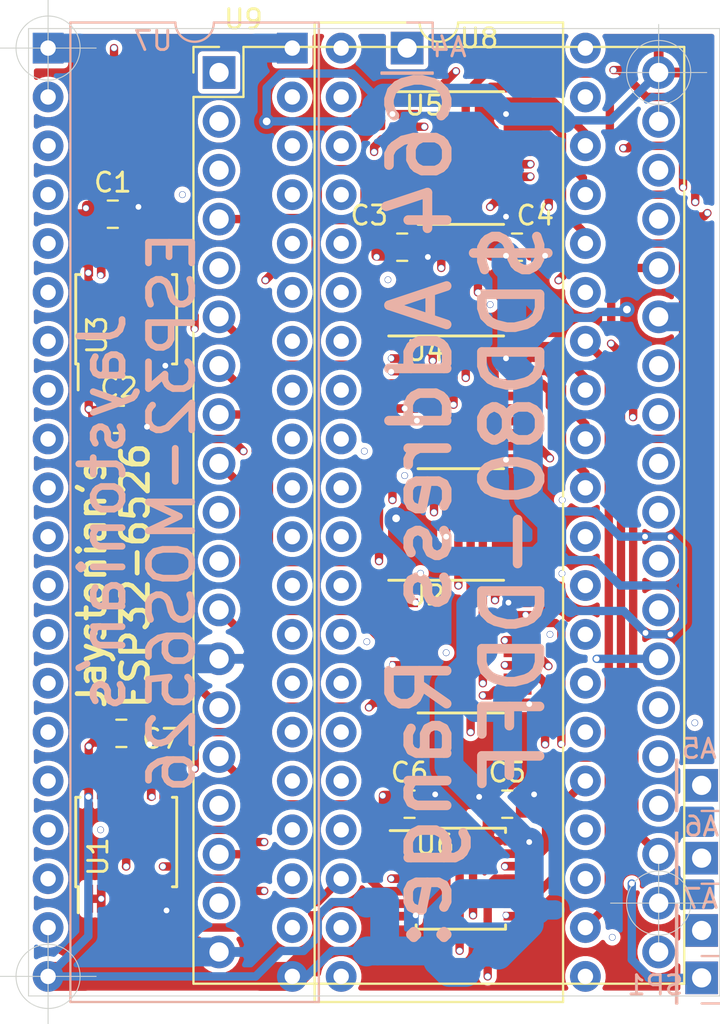
<source format=kicad_pcb>
(kicad_pcb (version 20171130) (host pcbnew "(5.1.5)-3")
  (layers (0 F.Cu signal hide) (1 In1.Cu signal hide) (2 In2.Cu signal hide) (31 B.Cu signal hide) (34 B.Paste user hide) (35 F.Paste user hide) (36 B.SilkS user) (37 F.SilkS user) (38 B.Mask user hide) (39 F.Mask user hide) (44 Edge.Cuts user))
  (net 0 "")
  (net 1 +5V)
  (net 2 GND)
  (net 3 +3V3)
  (net 4 /SP1)
  (net 5 /A7)
  (net 6 /A6)
  (net 7 /A5)
  (net 8 /A4)
  (net 9 "Net-(U1-Pad12)")
  (net 10 /~CE)
  (net 11 "Net-(U1-Pad10)")
  (net 12 /~CHIPSELECT)
  (net 13 /~CE6526)
  (net 14 /MODEM_RTS_3V)
  (net 15 /MODEM_DCD_3V)
  (net 16 /MODEM_CTS_3V)
  (net 17 /MODEM_TXD_3V)
  (net 18 /MODEM_RXD_3V)
  (net 19 /ENABLEMODEM_3V)
  (net 20 /PA2)
  (net 21 /SP2)
  (net 22 /PB0)
  (net 23 /~FLAG2)
  (net 24 /PB6)
  (net 25 /PB4)
  (net 26 /PB1)
  (net 27 "Net-(U3-Pad2)")
  (net 28 /CNT2)
  (net 29 /PB7)
  (net 30 /D0_3V)
  (net 31 /D1_3V)
  (net 32 /D2_3V)
  (net 33 /D3_3V)
  (net 34 /D4_3V)
  (net 35 /D5_3V)
  (net 36 /D6_3V)
  (net 37 /D7_3V)
  (net 38 /GATE_ENABLE_3V)
  (net 39 /D7)
  (net 40 /D6)
  (net 41 /D5)
  (net 42 /D4)
  (net 43 /D3)
  (net 44 /D2)
  (net 45 /D1)
  (net 46 /D0)
  (net 47 /A0)
  (net 48 /A1)
  (net 49 /A2)
  (net 50 /A3)
  (net 51 /R~W)
  (net 52 /R~W~_3V)
  (net 53 /A6_3V)
  (net 54 /A5_3V)
  (net 55 /A4_3V)
  (net 56 /A3_3V)
  (net 57 /A2_3V)
  (net 58 /A1_3V)
  (net 59 /A0_3V)
  (net 60 /CHIP~RESET)
  (net 61 /~NMI)
  (net 62 /CLK)
  (net 63 /CLK_3V)
  (net 64 /~CHIPSELECT3V)
  (net 65 /CHIP~RESET~3V)
  (net 66 /PA0)
  (net 67 /PA1)
  (net 68 /PA3)
  (net 69 /PA4)
  (net 70 /PA5)
  (net 71 /PA6)
  (net 72 /PA7)
  (net 73 /PB2)
  (net 74 /PB3)
  (net 75 /PB5)
  (net 76 /~PC)
  (net 77 /TOD)
  (net 78 /~NMI_3V)
  (module Package_DIP:DIP-40_W15.24mm (layer F.Cu) (at 38.1 35.56)
    (fp_text reference U7 (at 5.461 -0.381 180) (layer B.SilkS) (effects (justify mirror)))
    (fp_text value MOS6526_SOCKET)
    (pad 1 thru_hole rect (at 0 0) (size 1.6 1.6) (drill 0.8) (layers *.Cu *.Mask) (net 2 GND))
    (pad 21 thru_hole oval (at 15.24 48.26) (size 1.6 1.6) (drill 0.8) (layers *.Cu *.Mask) (net 61 /~NMI))
    (pad 2 thru_hole oval (at 0 2.54) (size 1.6 1.6) (drill 0.8) (layers *.Cu *.Mask) (net 66 /PA0))
    (pad 22 thru_hole oval (at 15.24 45.72) (size 1.6 1.6) (drill 0.8) (layers *.Cu *.Mask) (net 51 /R~W))
    (pad 3 thru_hole oval (at 0 5.08) (size 1.6 1.6) (drill 0.8) (layers *.Cu *.Mask) (net 67 /PA1))
    (pad 23 thru_hole oval (at 15.24 43.18) (size 1.6 1.6) (drill 0.8) (layers *.Cu *.Mask) (net 10 /~CE))
    (pad 4 thru_hole oval (at 0 7.62) (size 1.6 1.6) (drill 0.8) (layers *.Cu *.Mask) (net 20 /PA2))
    (pad 24 thru_hole oval (at 15.24 40.64) (size 1.6 1.6) (drill 0.8) (layers *.Cu *.Mask) (net 23 /~FLAG2))
    (pad 5 thru_hole oval (at 0 10.16) (size 1.6 1.6) (drill 0.8) (layers *.Cu *.Mask) (net 68 /PA3))
    (pad 25 thru_hole oval (at 15.24 38.1) (size 1.6 1.6) (drill 0.8) (layers *.Cu *.Mask) (net 62 /CLK))
    (pad 6 thru_hole oval (at 0 12.7) (size 1.6 1.6) (drill 0.8) (layers *.Cu *.Mask) (net 69 /PA4))
    (pad 26 thru_hole oval (at 15.24 35.56) (size 1.6 1.6) (drill 0.8) (layers *.Cu *.Mask) (net 39 /D7))
    (pad 7 thru_hole oval (at 0 15.24) (size 1.6 1.6) (drill 0.8) (layers *.Cu *.Mask) (net 70 /PA5))
    (pad 27 thru_hole oval (at 15.24 33.02) (size 1.6 1.6) (drill 0.8) (layers *.Cu *.Mask) (net 40 /D6))
    (pad 8 thru_hole oval (at 0 17.78) (size 1.6 1.6) (drill 0.8) (layers *.Cu *.Mask) (net 71 /PA6))
    (pad 28 thru_hole oval (at 15.24 30.48) (size 1.6 1.6) (drill 0.8) (layers *.Cu *.Mask) (net 41 /D5))
    (pad 9 thru_hole oval (at 0 20.32) (size 1.6 1.6) (drill 0.8) (layers *.Cu *.Mask) (net 72 /PA7))
    (pad 29 thru_hole oval (at 15.24 27.94) (size 1.6 1.6) (drill 0.8) (layers *.Cu *.Mask) (net 42 /D4))
    (pad 10 thru_hole oval (at 0 22.86) (size 1.6 1.6) (drill 0.8) (layers *.Cu *.Mask) (net 22 /PB0))
    (pad 30 thru_hole oval (at 15.24 25.4) (size 1.6 1.6) (drill 0.8) (layers *.Cu *.Mask) (net 43 /D3))
    (pad 11 thru_hole oval (at 0 25.4) (size 1.6 1.6) (drill 0.8) (layers *.Cu *.Mask) (net 26 /PB1))
    (pad 31 thru_hole oval (at 15.24 22.86) (size 1.6 1.6) (drill 0.8) (layers *.Cu *.Mask) (net 44 /D2))
    (pad 12 thru_hole oval (at 0 27.94) (size 1.6 1.6) (drill 0.8) (layers *.Cu *.Mask) (net 73 /PB2))
    (pad 32 thru_hole oval (at 15.24 20.32) (size 1.6 1.6) (drill 0.8) (layers *.Cu *.Mask) (net 45 /D1))
    (pad 13 thru_hole oval (at 0 30.48) (size 1.6 1.6) (drill 0.8) (layers *.Cu *.Mask) (net 74 /PB3))
    (pad 33 thru_hole oval (at 15.24 17.78) (size 1.6 1.6) (drill 0.8) (layers *.Cu *.Mask) (net 46 /D0))
    (pad 14 thru_hole oval (at 0 33.02) (size 1.6 1.6) (drill 0.8) (layers *.Cu *.Mask) (net 25 /PB4))
    (pad 34 thru_hole oval (at 15.24 15.24) (size 1.6 1.6) (drill 0.8) (layers *.Cu *.Mask) (net 60 /CHIP~RESET))
    (pad 15 thru_hole oval (at 0 35.56) (size 1.6 1.6) (drill 0.8) (layers *.Cu *.Mask) (net 75 /PB5))
    (pad 35 thru_hole oval (at 15.24 12.7) (size 1.6 1.6) (drill 0.8) (layers *.Cu *.Mask) (net 50 /A3))
    (pad 16 thru_hole oval (at 0 38.1) (size 1.6 1.6) (drill 0.8) (layers *.Cu *.Mask) (net 24 /PB6))
    (pad 36 thru_hole oval (at 15.24 10.16) (size 1.6 1.6) (drill 0.8) (layers *.Cu *.Mask) (net 49 /A2))
    (pad 17 thru_hole oval (at 0 40.64) (size 1.6 1.6) (drill 0.8) (layers *.Cu *.Mask) (net 29 /PB7))
    (pad 37 thru_hole oval (at 15.24 7.62) (size 1.6 1.6) (drill 0.8) (layers *.Cu *.Mask) (net 48 /A1))
    (pad 18 thru_hole oval (at 0 43.18) (size 1.6 1.6) (drill 0.8) (layers *.Cu *.Mask) (net 76 /~PC))
    (pad 38 thru_hole oval (at 15.24 5.08) (size 1.6 1.6) (drill 0.8) (layers *.Cu *.Mask) (net 47 /A0))
    (pad 19 thru_hole oval (at 0 45.72) (size 1.6 1.6) (drill 0.8) (layers *.Cu *.Mask) (net 77 /TOD))
    (pad 39 thru_hole oval (at 15.24 2.54) (size 1.6 1.6) (drill 0.8) (layers *.Cu *.Mask) (net 21 /SP2))
    (pad 20 thru_hole oval (at 0 48.26) (size 1.6 1.6) (drill 0.8) (layers *.Cu *.Mask) (net 1 +5V))
    (pad 40 thru_hole oval (at 15.24 0) (size 1.6 1.6) (drill 0.8) (layers *.Cu *.Mask) (net 28 /CNT2))
  )
  (module Capacitor_SMD:C_0805_2012Metric_Pad1.15x1.40mm_HandSolder (layer F.Cu) (at 41.4655 44.196)
    (fp_text reference C1 (at 0 -1.65) (layer F.SilkS))
    (fp_text value 100n)
    (pad 1 smd roundrect (at -1.025 0) (size 1.15 1.4) (layers F.Cu F.Paste F.Mask) (roundrect_rratio 0.217391) (net 1 +5V))
    (pad 2 smd roundrect (at 1.025 0) (size 1.15 1.4) (layers F.Cu F.Paste F.Mask) (roundrect_rratio 0.217391) (net 2 GND))
  )
  (module Capacitor_SMD:C_0805_2012Metric_Pad1.15x1.40mm_HandSolder (layer F.Cu) (at 41.783 54.864)
    (fp_text reference C2 (at 0 -1.65) (layer F.SilkS))
    (fp_text value 100n)
    (pad 2 smd roundrect (at 1.025 0) (size 1.15 1.4) (layers F.Cu F.Paste F.Mask) (roundrect_rratio 0.217391) (net 2 GND))
    (pad 1 smd roundrect (at -1.025 0) (size 1.15 1.4) (layers F.Cu F.Paste F.Mask) (roundrect_rratio 0.217391) (net 3 +3V3))
  )
  (module Capacitor_SMD:C_0805_2012Metric_Pad1.15x1.40mm_HandSolder (layer F.Cu) (at 56.515 45.9105)
    (fp_text reference C3 (at -1.7145 -1.65) (layer F.SilkS))
    (fp_text value 100n)
    (pad 1 smd roundrect (at -1.025 0) (size 1.15 1.4) (layers F.Cu F.Paste F.Mask) (roundrect_rratio 0.217391) (net 3 +3V3))
    (pad 2 smd roundrect (at 1.025 0) (size 1.15 1.4) (layers F.Cu F.Paste F.Mask) (roundrect_rratio 0.217391) (net 2 GND))
  )
  (module Capacitor_SMD:C_0805_2012Metric_Pad1.15x1.40mm_HandSolder (layer F.Cu) (at 62.484 45.9105)
    (fp_text reference C4 (at 0.9525 -1.65) (layer F.SilkS))
    (fp_text value 100n)
    (pad 2 smd roundrect (at 1.025 0) (size 1.15 1.4) (layers F.Cu F.Paste F.Mask) (roundrect_rratio 0.217391) (net 2 GND))
    (pad 1 smd roundrect (at -1.025 0) (size 1.15 1.4) (layers F.Cu F.Paste F.Mask) (roundrect_rratio 0.217391) (net 1 +5V))
  )
  (module Capacitor_SMD:C_0805_2012Metric_Pad1.15x1.40mm_HandSolder (layer F.Cu) (at 61.976 74.8665)
    (fp_text reference C5 (at 0 -1.65) (layer F.SilkS))
    (fp_text value 100n)
    (pad 1 smd roundrect (at -1.025 0) (size 1.15 1.4) (layers F.Cu F.Paste F.Mask) (roundrect_rratio 0.217391) (net 1 +5V))
    (pad 2 smd roundrect (at 1.025 0) (size 1.15 1.4) (layers F.Cu F.Paste F.Mask) (roundrect_rratio 0.217391) (net 2 GND))
  )
  (module Connector_PinHeader_2.54mm:PinHeader_1x01_P2.54mm_Vertical (layer B.Cu) (at 72.0852 83.8962 90)
    (fp_text reference SP1 (at -0.381 -2.413 180) (layer B.SilkS) (effects (justify mirror)))
    (fp_text value SP1)
    (pad 1 thru_hole rect (at 0 0 90) (size 1.7 1.7) (drill 1) (layers *.Cu *.Mask) (net 4 /SP1))
  )
  (module Connector_PinHeader_2.54mm:PinHeader_1x01_P2.54mm_Vertical (layer B.Cu) (at 72.0852 81.4324 90)
    (fp_text reference A7 (at 1.651 -0.0508 180) (layer B.SilkS) (effects (justify mirror)))
    (fp_text value A7)
    (pad 1 thru_hole rect (at 0 0 90) (size 1.7 1.7) (drill 1) (layers *.Cu *.Mask) (net 5 /A7))
  )
  (module Connector_PinHeader_2.54mm:PinHeader_1x01_P2.54mm_Vertical (layer B.Cu) (at 72.0852 77.6732 90)
    (fp_text reference A6 (at 1.651 0 180) (layer B.SilkS) (effects (justify mirror)))
    (fp_text value A6)
    (pad 1 thru_hole rect (at 0 0 90) (size 1.7 1.7) (drill 1) (layers *.Cu *.Mask) (net 6 /A6))
  )
  (module Connector_PinHeader_2.54mm:PinHeader_1x01_P2.54mm_Vertical (layer B.Cu) (at 72.0852 73.8886 90)
    (fp_text reference A5 (at 1.905 -0.127 180) (layer B.SilkS) (effects (justify mirror)))
    (fp_text value A5)
    (pad 1 thru_hole rect (at 0 0 90) (size 1.7 1.7) (drill 1) (layers *.Cu *.Mask) (net 7 /A5))
  )
  (module Connector_PinHeader_2.54mm:PinHeader_1x01_P2.54mm_Vertical (layer B.Cu) (at 56.769 35.56 180)
    (fp_text reference A4 (at -2.1844 0.0508 180) (layer B.SilkS) (effects (justify mirror)))
    (fp_text value A4)
    (pad 1 thru_hole rect (at 0 0 180) (size 1.7 1.7) (drill 1) (layers *.Cu *.Mask) (net 8 /A4))
  )
  (module Package_SO:TSSOP-20_4.4x6.5mm_P0.65mm (layer F.Cu) (at 59.563 66.675)
    (fp_text reference U2 (at -1.8415 -2.667) (layer F.SilkS))
    (fp_text value TXS0108EQPWRQ1)
    (pad 1 smd rect (at -2.95 -2.925) (size 1.45 0.45) (layers F.Cu F.Paste F.Mask) (net 18 /MODEM_RXD_3V))
    (pad 2 smd rect (at -2.95 -2.275) (size 1.45 0.45) (layers F.Cu F.Paste F.Mask) (net 3 +3V3))
    (pad 3 smd rect (at -2.95 -1.625) (size 1.45 0.45) (layers F.Cu F.Paste F.Mask) (net 18 /MODEM_RXD_3V))
    (pad 4 smd rect (at -2.95 -0.975) (size 1.45 0.45) (layers F.Cu F.Paste F.Mask) (net 17 /MODEM_TXD_3V))
    (pad 5 smd rect (at -2.95 -0.325) (size 1.45 0.45) (layers F.Cu F.Paste F.Mask) (net 17 /MODEM_TXD_3V))
    (pad 6 smd rect (at -2.95 0.325) (size 1.45 0.45) (layers F.Cu F.Paste F.Mask) (net 17 /MODEM_TXD_3V))
    (pad 7 smd rect (at -2.95 0.975) (size 1.45 0.45) (layers F.Cu F.Paste F.Mask) (net 14 /MODEM_RTS_3V))
    (pad 8 smd rect (at -2.95 1.625) (size 1.45 0.45) (layers F.Cu F.Paste F.Mask) (net 16 /MODEM_CTS_3V))
    (pad 9 smd rect (at -2.95 2.275) (size 1.45 0.45) (layers F.Cu F.Paste F.Mask) (net 15 /MODEM_DCD_3V))
    (pad 10 smd rect (at -2.95 2.925) (size 1.45 0.45) (layers F.Cu F.Paste F.Mask) (net 19 /ENABLEMODEM_3V))
    (pad 11 smd rect (at 2.95 2.925) (size 1.45 0.45) (layers F.Cu F.Paste F.Mask) (net 2 GND))
    (pad 12 smd rect (at 2.95 2.275) (size 1.45 0.45) (layers F.Cu F.Paste F.Mask) (net 25 /PB4))
    (pad 13 smd rect (at 2.95 1.625) (size 1.45 0.45) (layers F.Cu F.Paste F.Mask) (net 24 /PB6))
    (pad 14 smd rect (at 2.95 0.975) (size 1.45 0.45) (layers F.Cu F.Paste F.Mask) (net 26 /PB1))
    (pad 15 smd rect (at 2.95 0.325) (size 1.45 0.45) (layers F.Cu F.Paste F.Mask) (net 21 /SP2))
    (pad 16 smd rect (at 2.95 -0.325) (size 1.45 0.45) (layers F.Cu F.Paste F.Mask) (net 22 /PB0))
    (pad 17 smd rect (at 2.95 -0.975) (size 1.45 0.45) (layers F.Cu F.Paste F.Mask) (net 23 /~FLAG2))
    (pad 18 smd rect (at 2.95 -1.625) (size 1.45 0.45) (layers F.Cu F.Paste F.Mask) (net 4 /SP1))
    (pad 19 smd rect (at 2.95 -2.275) (size 1.45 0.45) (layers F.Cu F.Paste F.Mask) (net 1 +5V))
    (pad 20 smd rect (at 2.95 -2.925) (size 1.45 0.45) (layers F.Cu F.Paste F.Mask) (net 20 /PA2))
  )
  (module Package_SO:TSSOP-20_4.4x6.5mm_P0.65mm (layer F.Cu) (at 59.563 53.975)
    (fp_text reference U4 (at -1.8415 -2.667) (layer F.SilkS))
    (fp_text value TXS0108EQPWRQ1)
    (pad 1 smd rect (at -2.95 -2.925) (size 1.45 0.45) (layers F.Cu F.Paste F.Mask) (net 30 /D0_3V))
    (pad 2 smd rect (at -2.95 -2.275) (size 1.45 0.45) (layers F.Cu F.Paste F.Mask) (net 3 +3V3))
    (pad 3 smd rect (at -2.95 -1.625) (size 1.45 0.45) (layers F.Cu F.Paste F.Mask) (net 31 /D1_3V))
    (pad 4 smd rect (at -2.95 -0.975) (size 1.45 0.45) (layers F.Cu F.Paste F.Mask) (net 32 /D2_3V))
    (pad 5 smd rect (at -2.95 -0.325) (size 1.45 0.45) (layers F.Cu F.Paste F.Mask) (net 33 /D3_3V))
    (pad 6 smd rect (at -2.95 0.325) (size 1.45 0.45) (layers F.Cu F.Paste F.Mask) (net 34 /D4_3V))
    (pad 7 smd rect (at -2.95 0.975) (size 1.45 0.45) (layers F.Cu F.Paste F.Mask) (net 37 /D7_3V))
    (pad 8 smd rect (at -2.95 1.625) (size 1.45 0.45) (layers F.Cu F.Paste F.Mask) (net 36 /D6_3V))
    (pad 9 smd rect (at -2.95 2.275) (size 1.45 0.45) (layers F.Cu F.Paste F.Mask) (net 35 /D5_3V))
    (pad 10 smd rect (at -2.95 2.925) (size 1.45 0.45) (layers F.Cu F.Paste F.Mask) (net 38 /GATE_ENABLE_3V))
    (pad 11 smd rect (at 2.95 2.925) (size 1.45 0.45) (layers F.Cu F.Paste F.Mask) (net 2 GND))
    (pad 12 smd rect (at 2.95 2.275) (size 1.45 0.45) (layers F.Cu F.Paste F.Mask) (net 41 /D5))
    (pad 13 smd rect (at 2.95 1.625) (size 1.45 0.45) (layers F.Cu F.Paste F.Mask) (net 40 /D6))
    (pad 14 smd rect (at 2.95 0.975) (size 1.45 0.45) (layers F.Cu F.Paste F.Mask) (net 39 /D7))
    (pad 15 smd rect (at 2.95 0.325) (size 1.45 0.45) (layers F.Cu F.Paste F.Mask) (net 42 /D4))
    (pad 16 smd rect (at 2.95 -0.325) (size 1.45 0.45) (layers F.Cu F.Paste F.Mask) (net 43 /D3))
    (pad 17 smd rect (at 2.95 -0.975) (size 1.45 0.45) (layers F.Cu F.Paste F.Mask) (net 44 /D2))
    (pad 18 smd rect (at 2.95 -1.625) (size 1.45 0.45) (layers F.Cu F.Paste F.Mask) (net 45 /D1))
    (pad 19 smd rect (at 2.95 -2.275) (size 1.45 0.45) (layers F.Cu F.Paste F.Mask) (net 1 +5V))
    (pad 20 smd rect (at 2.95 -2.925) (size 1.45 0.45) (layers F.Cu F.Paste F.Mask) (net 46 /D0))
  )
  (module Package_SO:TSSOP-20_4.4x6.5mm_P0.65mm (layer F.Cu) (at 59.563 41.275)
    (fp_text reference U5 (at -1.905 -2.7305) (layer F.SilkS))
    (fp_text value TXS0108EQPWRQ1)
    (pad 20 smd rect (at 2.95 -2.925) (size 1.45 0.45) (layers F.Cu F.Paste F.Mask) (net 47 /A0))
    (pad 19 smd rect (at 2.95 -2.275) (size 1.45 0.45) (layers F.Cu F.Paste F.Mask) (net 1 +5V))
    (pad 18 smd rect (at 2.95 -1.625) (size 1.45 0.45) (layers F.Cu F.Paste F.Mask) (net 48 /A1))
    (pad 17 smd rect (at 2.95 -0.975) (size 1.45 0.45) (layers F.Cu F.Paste F.Mask) (net 49 /A2))
    (pad 16 smd rect (at 2.95 -0.325) (size 1.45 0.45) (layers F.Cu F.Paste F.Mask) (net 50 /A3))
    (pad 15 smd rect (at 2.95 0.325) (size 1.45 0.45) (layers F.Cu F.Paste F.Mask) (net 8 /A4))
    (pad 14 smd rect (at 2.95 0.975) (size 1.45 0.45) (layers F.Cu F.Paste F.Mask) (net 7 /A5))
    (pad 13 smd rect (at 2.95 1.625) (size 1.45 0.45) (layers F.Cu F.Paste F.Mask) (net 6 /A6))
    (pad 12 smd rect (at 2.95 2.275) (size 1.45 0.45) (layers F.Cu F.Paste F.Mask) (net 51 /R~W))
    (pad 11 smd rect (at 2.95 2.925) (size 1.45 0.45) (layers F.Cu F.Paste F.Mask) (net 2 GND))
    (pad 10 smd rect (at -2.95 2.925) (size 1.45 0.45) (layers F.Cu F.Paste F.Mask) (net 38 /GATE_ENABLE_3V))
    (pad 9 smd rect (at -2.95 2.275) (size 1.45 0.45) (layers F.Cu F.Paste F.Mask) (net 52 /R~W~_3V))
    (pad 8 smd rect (at -2.95 1.625) (size 1.45 0.45) (layers F.Cu F.Paste F.Mask) (net 53 /A6_3V))
    (pad 7 smd rect (at -2.95 0.975) (size 1.45 0.45) (layers F.Cu F.Paste F.Mask) (net 54 /A5_3V))
    (pad 6 smd rect (at -2.95 0.325) (size 1.45 0.45) (layers F.Cu F.Paste F.Mask) (net 55 /A4_3V))
    (pad 5 smd rect (at -2.95 -0.325) (size 1.45 0.45) (layers F.Cu F.Paste F.Mask) (net 56 /A3_3V))
    (pad 4 smd rect (at -2.95 -0.975) (size 1.45 0.45) (layers F.Cu F.Paste F.Mask) (net 57 /A2_3V))
    (pad 3 smd rect (at -2.95 -1.625) (size 1.45 0.45) (layers F.Cu F.Paste F.Mask) (net 58 /A1_3V))
    (pad 2 smd rect (at -2.95 -2.275) (size 1.45 0.45) (layers F.Cu F.Paste F.Mask) (net 3 +3V3))
    (pad 1 smd rect (at -2.95 -2.925) (size 1.45 0.45) (layers F.Cu F.Paste F.Mask) (net 59 /A0_3V))
  )
  (module Package_SO:TSSOP-14_4.4x5mm_P0.65mm (layer F.Cu) (at 42.164 76.835 90)
    (fp_text reference U1 (at -0.762 -1.4605 90) (layer F.SilkS))
    (fp_text value 74ABT00PW,112)
    (pad 1 smd rect (at -2.95 -1.95 90) (size 1.45 0.45) (layers F.Cu F.Paste F.Mask) (net 5 /A7))
    (pad 2 smd rect (at -2.95 -1.3 90) (size 1.45 0.45) (layers F.Cu F.Paste F.Mask) (net 5 /A7))
    (pad 3 smd rect (at -2.95 -0.65 90) (size 1.45 0.45) (layers F.Cu F.Paste F.Mask) (net 9 "Net-(U1-Pad12)"))
    (pad 4 smd rect (at -2.95 0 90) (size 1.45 0.45) (layers F.Cu F.Paste F.Mask) (net 10 /~CE))
    (pad 5 smd rect (at -2.95 0.65 90) (size 1.45 0.45) (layers F.Cu F.Paste F.Mask) (net 10 /~CE))
    (pad 6 smd rect (at -2.95 1.3 90) (size 1.45 0.45) (layers F.Cu F.Paste F.Mask) (net 11 "Net-(U1-Pad10)"))
    (pad 7 smd rect (at -2.95 1.95 90) (size 1.45 0.45) (layers F.Cu F.Paste F.Mask) (net 2 GND))
    (pad 8 smd rect (at 2.95 1.95 90) (size 1.45 0.45) (layers F.Cu F.Paste F.Mask) (net 12 /~CHIPSELECT))
    (pad 9 smd rect (at 2.95 1.3 90) (size 1.45 0.45) (layers F.Cu F.Paste F.Mask) (net 5 /A7))
    (pad 10 smd rect (at 2.95 0.65 90) (size 1.45 0.45) (layers F.Cu F.Paste F.Mask) (net 11 "Net-(U1-Pad10)"))
    (pad 11 smd rect (at 2.95 0 90) (size 1.45 0.45) (layers F.Cu F.Paste F.Mask) (net 13 /~CE6526))
    (pad 12 smd rect (at 2.95 -0.65 90) (size 1.45 0.45) (layers F.Cu F.Paste F.Mask) (net 9 "Net-(U1-Pad12)"))
    (pad 13 smd rect (at 2.95 -1.3 90) (size 1.45 0.45) (layers F.Cu F.Paste F.Mask) (net 11 "Net-(U1-Pad10)"))
    (pad 14 smd rect (at 2.95 -1.95 90) (size 1.45 0.45) (layers F.Cu F.Paste F.Mask) (net 1 +5V))
  )
  (module Package_DIP:DIP-40_W15.24mm (layer F.Cu) (at 50.8 35.56)
    (fp_text reference U8 (at 9.7155 -0.508) (layer F.SilkS))
    (fp_text value MOS6526_CHIP)
    (pad 40 thru_hole oval (at 15.24 0) (size 1.6 1.6) (drill 0.8) (layers *.Cu *.Mask) (net 28 /CNT2))
    (pad 20 thru_hole oval (at 0 48.26) (size 1.6 1.6) (drill 0.8) (layers *.Cu *.Mask) (net 1 +5V))
    (pad 39 thru_hole oval (at 15.24 2.54) (size 1.6 1.6) (drill 0.8) (layers *.Cu *.Mask) (net 21 /SP2))
    (pad 19 thru_hole oval (at 0 45.72) (size 1.6 1.6) (drill 0.8) (layers *.Cu *.Mask) (net 77 /TOD))
    (pad 38 thru_hole oval (at 15.24 5.08) (size 1.6 1.6) (drill 0.8) (layers *.Cu *.Mask) (net 47 /A0))
    (pad 18 thru_hole oval (at 0 43.18) (size 1.6 1.6) (drill 0.8) (layers *.Cu *.Mask) (net 76 /~PC))
    (pad 37 thru_hole oval (at 15.24 7.62) (size 1.6 1.6) (drill 0.8) (layers *.Cu *.Mask) (net 48 /A1))
    (pad 17 thru_hole oval (at 0 40.64) (size 1.6 1.6) (drill 0.8) (layers *.Cu *.Mask) (net 29 /PB7))
    (pad 36 thru_hole oval (at 15.24 10.16) (size 1.6 1.6) (drill 0.8) (layers *.Cu *.Mask) (net 49 /A2))
    (pad 16 thru_hole oval (at 0 38.1) (size 1.6 1.6) (drill 0.8) (layers *.Cu *.Mask) (net 24 /PB6))
    (pad 35 thru_hole oval (at 15.24 12.7) (size 1.6 1.6) (drill 0.8) (layers *.Cu *.Mask) (net 50 /A3))
    (pad 15 thru_hole oval (at 0 35.56) (size 1.6 1.6) (drill 0.8) (layers *.Cu *.Mask) (net 75 /PB5))
    (pad 34 thru_hole oval (at 15.24 15.24) (size 1.6 1.6) (drill 0.8) (layers *.Cu *.Mask) (net 60 /CHIP~RESET))
    (pad 14 thru_hole oval (at 0 33.02) (size 1.6 1.6) (drill 0.8) (layers *.Cu *.Mask) (net 25 /PB4))
    (pad 33 thru_hole oval (at 15.24 17.78) (size 1.6 1.6) (drill 0.8) (layers *.Cu *.Mask) (net 46 /D0))
    (pad 13 thru_hole oval (at 0 30.48) (size 1.6 1.6) (drill 0.8) (layers *.Cu *.Mask) (net 74 /PB3))
    (pad 32 thru_hole oval (at 15.24 20.32) (size 1.6 1.6) (drill 0.8) (layers *.Cu *.Mask) (net 45 /D1))
    (pad 12 thru_hole oval (at 0 27.94) (size 1.6 1.6) (drill 0.8) (layers *.Cu *.Mask) (net 73 /PB2))
    (pad 31 thru_hole oval (at 15.24 22.86) (size 1.6 1.6) (drill 0.8) (layers *.Cu *.Mask) (net 44 /D2))
    (pad 11 thru_hole oval (at 0 25.4) (size 1.6 1.6) (drill 0.8) (layers *.Cu *.Mask) (net 26 /PB1))
    (pad 30 thru_hole oval (at 15.24 25.4) (size 1.6 1.6) (drill 0.8) (layers *.Cu *.Mask) (net 43 /D3))
    (pad 10 thru_hole oval (at 0 22.86) (size 1.6 1.6) (drill 0.8) (layers *.Cu *.Mask) (net 22 /PB0))
    (pad 29 thru_hole oval (at 15.24 27.94) (size 1.6 1.6) (drill 0.8) (layers *.Cu *.Mask) (net 42 /D4))
    (pad 9 thru_hole oval (at 0 20.32) (size 1.6 1.6) (drill 0.8) (layers *.Cu *.Mask) (net 72 /PA7))
    (pad 28 thru_hole oval (at 15.24 30.48) (size 1.6 1.6) (drill 0.8) (layers *.Cu *.Mask) (net 41 /D5))
    (pad 8 thru_hole oval (at 0 17.78) (size 1.6 1.6) (drill 0.8) (layers *.Cu *.Mask) (net 71 /PA6))
    (pad 27 thru_hole oval (at 15.24 33.02) (size 1.6 1.6) (drill 0.8) (layers *.Cu *.Mask) (net 40 /D6))
    (pad 7 thru_hole oval (at 0 15.24) (size 1.6 1.6) (drill 0.8) (layers *.Cu *.Mask) (net 70 /PA5))
    (pad 26 thru_hole oval (at 15.24 35.56) (size 1.6 1.6) (drill 0.8) (layers *.Cu *.Mask) (net 39 /D7))
    (pad 6 thru_hole oval (at 0 12.7) (size 1.6 1.6) (drill 0.8) (layers *.Cu *.Mask) (net 69 /PA4))
    (pad 25 thru_hole oval (at 15.24 38.1) (size 1.6 1.6) (drill 0.8) (layers *.Cu *.Mask) (net 62 /CLK))
    (pad 5 thru_hole oval (at 0 10.16) (size 1.6 1.6) (drill 0.8) (layers *.Cu *.Mask) (net 68 /PA3))
    (pad 24 thru_hole oval (at 15.24 40.64) (size 1.6 1.6) (drill 0.8) (layers *.Cu *.Mask) (net 23 /~FLAG2))
    (pad 4 thru_hole oval (at 0 7.62) (size 1.6 1.6) (drill 0.8) (layers *.Cu *.Mask) (net 20 /PA2))
    (pad 23 thru_hole oval (at 15.24 43.18) (size 1.6 1.6) (drill 0.8) (layers *.Cu *.Mask) (net 13 /~CE6526))
    (pad 3 thru_hole oval (at 0 5.08) (size 1.6 1.6) (drill 0.8) (layers *.Cu *.Mask) (net 67 /PA1))
    (pad 22 thru_hole oval (at 15.24 45.72) (size 1.6 1.6) (drill 0.8) (layers *.Cu *.Mask) (net 51 /R~W))
    (pad 2 thru_hole oval (at 0 2.54) (size 1.6 1.6) (drill 0.8) (layers *.Cu *.Mask) (net 66 /PA0))
    (pad 21 thru_hole oval (at 15.24 48.26) (size 1.6 1.6) (drill 0.8) (layers *.Cu *.Mask) (net 61 /~NMI))
    (pad 1 thru_hole rect (at 0 0) (size 1.6 1.6) (drill 0.8) (layers *.Cu *.Mask) (net 2 GND))
  )
  (module Package_SO:TSSOP-14_4.4x5mm_P0.65mm (layer F.Cu) (at 42.164 49.657 90)
    (fp_text reference U3 (at -0.8255 -1.524 90) (layer F.SilkS))
    (fp_text value TXS0104EPW)
    (pad 14 smd rect (at 2.95 -1.95 90) (size 1.45 0.45) (layers F.Cu F.Paste F.Mask) (net 1 +5V))
    (pad 13 smd rect (at 2.95 -1.3 90) (size 1.45 0.45) (layers F.Cu F.Paste F.Mask) (net 29 /PB7))
    (pad 12 smd rect (at 2.95 -0.65 90) (size 1.45 0.45) (layers F.Cu F.Paste F.Mask) (net 28 /CNT2))
    (pad 11 smd rect (at 2.95 0 90) (size 1.45 0.45) (layers F.Cu F.Paste F.Mask))
    (pad 10 smd rect (at 2.95 0.65 90) (size 1.45 0.45) (layers F.Cu F.Paste F.Mask))
    (pad 9 smd rect (at 2.95 1.3 90) (size 1.45 0.45) (layers F.Cu F.Paste F.Mask))
    (pad 8 smd rect (at 2.95 1.95 90) (size 1.45 0.45) (layers F.Cu F.Paste F.Mask) (net 19 /ENABLEMODEM_3V))
    (pad 7 smd rect (at -2.95 1.95 90) (size 1.45 0.45) (layers F.Cu F.Paste F.Mask) (net 2 GND))
    (pad 6 smd rect (at -2.95 1.3 90) (size 1.45 0.45) (layers F.Cu F.Paste F.Mask))
    (pad 5 smd rect (at -2.95 0.65 90) (size 1.45 0.45) (layers F.Cu F.Paste F.Mask))
    (pad 4 smd rect (at -2.95 0 90) (size 1.45 0.45) (layers F.Cu F.Paste F.Mask))
    (pad 3 smd rect (at -2.95 -0.65 90) (size 1.45 0.45) (layers F.Cu F.Paste F.Mask) (net 27 "Net-(U3-Pad2)"))
    (pad 2 smd rect (at -2.95 -1.3 90) (size 1.45 0.45) (layers F.Cu F.Paste F.Mask) (net 27 "Net-(U3-Pad2)"))
    (pad 1 smd rect (at -2.95 -1.95 90) (size 1.45 0.45) (layers F.Cu F.Paste F.Mask) (net 3 +3V3))
  )
  (module Package_SO:TSSOP-14_4.4x5mm_P0.65mm (layer F.Cu) (at 59.563 78.74)
    (fp_text reference U6 (at -1.3335 -1.778) (layer F.SilkS))
    (fp_text value TXS0104EPW)
    (pad 1 smd rect (at -2.95 -1.95) (size 1.45 0.45) (layers F.Cu F.Paste F.Mask) (net 3 +3V3))
    (pad 2 smd rect (at -2.95 -1.3) (size 1.45 0.45) (layers F.Cu F.Paste F.Mask) (net 65 /CHIP~RESET~3V))
    (pad 3 smd rect (at -2.95 -0.65) (size 1.45 0.45) (layers F.Cu F.Paste F.Mask) (net 64 /~CHIPSELECT3V))
    (pad 4 smd rect (at -2.95 0) (size 1.45 0.45) (layers F.Cu F.Paste F.Mask) (net 78 /~NMI_3V))
    (pad 5 smd rect (at -2.95 0.65) (size 1.45 0.45) (layers F.Cu F.Paste F.Mask) (net 63 /CLK_3V))
    (pad 6 smd rect (at -2.95 1.3) (size 1.45 0.45) (layers F.Cu F.Paste F.Mask))
    (pad 7 smd rect (at -2.95 1.95) (size 1.45 0.45) (layers F.Cu F.Paste F.Mask) (net 2 GND))
    (pad 8 smd rect (at 2.95 1.95) (size 1.45 0.45) (layers F.Cu F.Paste F.Mask) (net 3 +3V3))
    (pad 9 smd rect (at 2.95 1.3) (size 1.45 0.45) (layers F.Cu F.Paste F.Mask))
    (pad 10 smd rect (at 2.95 0.65) (size 1.45 0.45) (layers F.Cu F.Paste F.Mask) (net 62 /CLK))
    (pad 11 smd rect (at 2.95 0) (size 1.45 0.45) (layers F.Cu F.Paste F.Mask) (net 61 /~NMI))
    (pad 12 smd rect (at 2.95 -0.65) (size 1.45 0.45) (layers F.Cu F.Paste F.Mask) (net 12 /~CHIPSELECT))
    (pad 13 smd rect (at 2.95 -1.3) (size 1.45 0.45) (layers F.Cu F.Paste F.Mask) (net 60 /CHIP~RESET))
    (pad 14 smd rect (at 2.95 -1.95) (size 1.45 0.45) (layers F.Cu F.Paste F.Mask) (net 1 +5V))
  )
  (module Capacitor_SMD:C_0805_2012Metric_Pad1.15x1.40mm_HandSolder (layer F.Cu) (at 56.896 74.8665)
    (fp_text reference C6 (at 0 -1.65) (layer F.SilkS))
    (fp_text value 100n)
    (pad 1 smd roundrect (at -1.025 0) (size 1.15 1.4) (layers F.Cu F.Paste F.Mask) (roundrect_rratio 0.217391) (net 3 +3V3))
    (pad 2 smd roundrect (at 1.025 0) (size 1.15 1.4) (layers F.Cu F.Paste F.Mask) (roundrect_rratio 0.217391) (net 2 GND))
  )
  (module Capacitor_SMD:C_0805_2012Metric_Pad1.15x1.40mm_HandSolder (layer F.Cu) (at 41.91 71.1835)
    (fp_text reference C7 (at 2.0574 0.2794) (layer F.SilkS))
    (fp_text value 100n)
    (pad 2 smd roundrect (at 1.025 0) (size 1.15 1.4) (layers F.Cu F.Paste F.Mask) (roundrect_rratio 0.217391) (net 2 GND))
    (pad 1 smd roundrect (at -1.025 0) (size 1.15 1.4) (layers F.Cu F.Paste F.Mask) (roundrect_rratio 0.217391) (net 1 +5V))
  )
  (module CPU2:ESP32-DEV1 (layer F.Cu) (at 57.15 59.69 180)
    (fp_text reference U9 (at 8.89 25.63 180) (layer F.SilkS))
    (fp_text value ESP32-DEVKIT-C)
    (pad 1 thru_hole rect (at 10.16 22.86) (size 1.7 1.7) (drill 1) (layers *.Cu *.Mask))
    (pad 21 thru_hole oval (at -12.7 -20.32 180) (size 1.7 1.7) (drill 1) (layers *.Cu *.Mask) (net 65 /CHIP~RESET~3V))
    (pad 2 thru_hole oval (at 10.16 20.32) (size 1.7 1.7) (drill 1) (layers *.Cu *.Mask))
    (pad 22 thru_hole oval (at -12.7 -17.78 180) (size 1.7 1.7) (drill 1) (layers *.Cu *.Mask) (net 57 /A2_3V))
    (pad 3 thru_hole oval (at 10.16 17.78) (size 1.7 1.7) (drill 1) (layers *.Cu *.Mask))
    (pad 23 thru_hole oval (at -12.7 -15.24 180) (size 1.7 1.7) (drill 1) (layers *.Cu *.Mask) (net 56 /A3_3V))
    (pad 4 thru_hole oval (at 10.16 15.24) (size 1.7 1.7) (drill 1) (layers *.Cu *.Mask) (net 55 /A4_3V))
    (pad 24 thru_hole oval (at -12.7 -12.7 180) (size 1.7 1.7) (drill 1) (layers *.Cu *.Mask) (net 59 /A0_3V))
    (pad 5 thru_hole oval (at 10.16 12.7) (size 1.7 1.7) (drill 1) (layers *.Cu *.Mask) (net 19 /ENABLEMODEM_3V))
    (pad 25 thru_hole oval (at -12.7 -10.16 180) (size 1.7 1.7) (drill 1) (layers *.Cu *.Mask) (net 58 /A1_3V))
    (pad 6 thru_hole oval (at 10.16 10.16) (size 1.7 1.7) (drill 1) (layers *.Cu *.Mask) (net 32 /D2_3V))
    (pad 26 thru_hole oval (at -12.7 -7.62 180) (size 1.7 1.7) (drill 1) (layers *.Cu *.Mask) (net 52 /R~W~_3V))
    (pad 7 thru_hole oval (at 10.16 7.62) (size 1.7 1.7) (drill 1) (layers *.Cu *.Mask) (net 33 /D3_3V))
    (pad 27 thru_hole oval (at -12.7 -5.08 180) (size 1.7 1.7) (drill 1) (layers *.Cu *.Mask) (net 30 /D0_3V))
    (pad 8 thru_hole oval (at 10.16 5.08) (size 1.7 1.7) (drill 1) (layers *.Cu *.Mask) (net 18 /MODEM_RXD_3V))
    (pad 28 thru_hole oval (at -12.7 -2.54 180) (size 1.7 1.7) (drill 1) (layers *.Cu *.Mask) (net 35 /D5_3V))
    (pad 9 thru_hole oval (at 10.16 2.54) (size 1.7 1.7) (drill 1) (layers *.Cu *.Mask) (net 17 /MODEM_TXD_3V))
    (pad 29 thru_hole oval (at -12.7 0 180) (size 1.7 1.7) (drill 1) (layers *.Cu *.Mask) (net 36 /D6_3V))
    (pad 10 thru_hole oval (at 10.16 0) (size 1.7 1.7) (drill 1) (layers *.Cu *.Mask) (net 54 /A5_3V))
    (pad 30 thru_hole oval (at -12.7 2.54 180) (size 1.7 1.7) (drill 1) (layers *.Cu *.Mask) (net 34 /D4_3V))
    (pad 11 thru_hole oval (at 10.16 -2.54) (size 1.7 1.7) (drill 1) (layers *.Cu *.Mask) (net 14 /MODEM_RTS_3V))
    (pad 31 thru_hole oval (at -12.7 5.08 180) (size 1.7 1.7) (drill 1) (layers *.Cu *.Mask) (net 53 /A6_3V))
    (pad 12 thru_hole oval (at 10.16 -5.08) (size 1.7 1.7) (drill 1) (layers *.Cu *.Mask) (net 16 /MODEM_CTS_3V))
    (pad 32 thru_hole oval (at -12.7 7.62 180) (size 1.7 1.7) (drill 1) (layers *.Cu *.Mask) (net 38 /GATE_ENABLE_3V))
    (pad 13 thru_hole oval (at 10.16 -7.62) (size 1.7 1.7) (drill 1) (layers *.Cu *.Mask) (net 2 GND))
    (pad 33 thru_hole oval (at -12.7 10.16 180) (size 1.7 1.7) (drill 1) (layers *.Cu *.Mask) (net 2 GND))
    (pad 14 thru_hole oval (at 10.16 -10.16) (size 1.7 1.7) (drill 1) (layers *.Cu *.Mask) (net 31 /D1_3V))
    (pad 34 thru_hole oval (at -12.7 12.7 180) (size 1.7 1.7) (drill 1) (layers *.Cu *.Mask) (net 37 /D7_3V))
    (pad 15 thru_hole oval (at 10.16 -12.7) (size 1.7 1.7) (drill 1) (layers *.Cu *.Mask) (net 64 /~CHIPSELECT3V))
    (pad 35 thru_hole oval (at -12.7 15.24 180) (size 1.7 1.7) (drill 1) (layers *.Cu *.Mask))
    (pad 16 thru_hole oval (at 10.16 -15.24) (size 1.7 1.7) (drill 1) (layers *.Cu *.Mask) (net 78 /~NMI_3V))
    (pad 36 thru_hole oval (at -12.7 17.78 180) (size 1.7 1.7) (drill 1) (layers *.Cu *.Mask))
    (pad 17 thru_hole oval (at 10.16 -17.78) (size 1.7 1.7) (drill 1) (layers *.Cu *.Mask) (net 63 /CLK_3V))
    (pad 37 thru_hole oval (at -12.7 20.32 180) (size 1.7 1.7) (drill 1) (layers *.Cu *.Mask))
    (pad 18 thru_hole oval (at 10.16 -20.32) (size 1.7 1.7) (drill 1) (layers *.Cu *.Mask) (net 15 /MODEM_DCD_3V))
    (pad 38 thru_hole oval (at -12.7 22.86 180) (size 1.7 1.7) (drill 1) (layers *.Cu *.Mask) (net 1 +5V))
    (pad 19 thru_hole oval (at 10.16 -22.86) (size 1.7 1.7) (drill 1) (layers *.Cu *.Mask) (net 2 GND))
    (pad 20 thru_hole oval (at -12.7 -22.86) (size 1.7 1.7) (drill 1) (layers *.Cu *.Mask) (net 3 +3V3))
  )
  (gr_text "Jaystonian's\nESP32-MOS6526" (at 42.7355 59.69 90) (layer B.SilkS) (effects (font (size 2.25 2.25) (thickness 0.35)) (justify mirror)))
  (gr_text "C64 Address Range:\n$DD80-DDFF" (at 59.8805 59.4995 90) (layer B.SilkS) (effects (font (size 3 3) (thickness 0.5)) (justify mirror)))
  (gr_text "Jaystonian's\nESP32-6526" (at 41.5036 70.0151 90) (layer F.SilkS) (effects (font (size 1.4 1.4) (thickness 0.25)) (justify left)))
  (target plus (at 69.85 80.01) (size 5) (width 0.05) (layer Edge.Cuts))
  (target plus (at 69.85 36.83) (size 5) (width 0.05) (layer Edge.Cuts))
  (target plus (at 38.1 83.82) (size 5) (width 0.05) (layer Edge.Cuts))
  (target plus (at 38.1 35.56) (size 5) (width 0.05) (layer Edge.Cuts))
  (gr_line (start 73.025 84.836) (end 73.025 83.6295) (layer Edge.Cuts) (width 0.05))
  (gr_line (start 37.084 84.836) (end 37.084 34.544) (layer Edge.Cuts) (width 0.05))
  (gr_line (start 37.084 84.836) (end 73.025 84.836) (layer Edge.Cuts) (width 0.05))
  (gr_line (start 73.025 34.544) (end 73.025 83.6295) (layer Edge.Cuts) (width 0.05))
  (gr_line (start 37.084 34.544) (end 73.025 34.544) (layer Edge.Cuts) (width 0.05))
  (via (at 61.9125 46.355) (size 0.35) (drill 0.3) (layers F.Cu B.Cu) (net 1))
  (via (at 61.9125 38.989) (size 0.35) (drill 0.3) (layers F.Cu B.Cu) (net 1))
  (via (at 61.9125 51.689) (size 0.35) (drill 0.3) (layers F.Cu B.Cu) (net 1))
  (via (at 62.0395 64.389) (size 0.35) (drill 0.3) (layers F.Cu B.Cu) (net 1))
  (via (at 40.0685 43.8785) (size 0.35) (drill 0.3) (layers F.Cu B.Cu) (net 1))
  (via (at 40.1955 47.244) (size 0.35) (drill 0.3) (layers F.Cu B.Cu) (net 1))
  (via (at 40.1955 74.4855) (size 0.35) (drill 0.3) (layers F.Cu B.Cu) (net 1))
  (via (at 60.5155 74.4855) (size 0.35) (drill 0.3) (layers F.Cu B.Cu) (net 1))
  (via (at 63.119 76.835) (size 0.35) (drill 0.3) (layers F.Cu B.Cu) (net 1))
  (segment (start 40.214 71.8545) (end 40.885 71.1835) (width 0.434) (layer F.Cu) (net 1))
  (segment (start 40.214 73.885) (end 40.214 71.8635) (width 0.434) (layer F.Cu) (net 1))
  (segment (start 40.214 44.4225) (end 40.4405 44.196) (width 0.434) (layer F.Cu) (net 1))
  (segment (start 40.214 46.707) (end 40.214 44.4225) (width 0.434) (layer F.Cu) (net 1))
  (segment (start 60.951 75.228) (end 62.513 76.79) (width 0.434) (layer F.Cu) (net 1))
  (segment (start 60.951 74.8665) (end 60.951 75.228) (width 0.434) (layer F.Cu) (net 1))
  (segment (start 40.214 71.8635) (end 40.214 71.8545) (width 0.434) (layer F.Cu) (net 1))
  (via (at 40.214 71.8635) (size 0.35) (drill 0.3) (layers F.Cu B.Cu) (net 1))
  (via (at 56.1975 60.0075) (size 0.8) (drill 0.4) (layers F.Cu B.Cu) (net 1))
  (via (at 68.199 49.149) (size 0.8) (drill 0.4) (layers F.Cu B.Cu) (net 1))
  (segment (start 62.0395 64.141513) (end 62.0395 64.389) (width 0.434) (layer B.Cu) (net 1))
  (segment (start 62.0395 64.085328) (end 62.0395 64.141513) (width 0.434) (layer B.Cu) (net 1))
  (segment (start 61.624171 63.669999) (end 62.0395 64.085328) (width 0.434) (layer B.Cu) (net 1))
  (segment (start 60.482161 63.669999) (end 61.624171 63.669999) (width 0.434) (layer B.Cu) (net 1))
  (segment (start 60.690499 74.310501) (end 60.5155 74.4855) (width 0.434) (layer B.Cu) (net 1))
  (segment (start 62.441001 72.559999) (end 60.690499 74.310501) (width 0.434) (layer B.Cu) (net 1))
  (segment (start 62.441001 66.073339) (end 62.441001 72.559999) (width 0.434) (layer B.Cu) (net 1))
  (segment (start 62.0395 65.671838) (end 62.441001 66.073339) (width 0.434) (layer B.Cu) (net 1))
  (segment (start 62.0395 64.389) (end 62.0395 65.671838) (width 0.434) (layer B.Cu) (net 1))
  (segment (start 69.241839 66.037001) (end 70.462599 66.037001) (width 0.434) (layer B.Cu) (net 1))
  (segment (start 68.027837 64.822999) (end 69.166419 65.961581) (width 0.434) (layer B.Cu) (net 1))
  (segment (start 65.561837 64.822999) (end 68.027837 64.822999) (width 0.434) (layer B.Cu) (net 1))
  (segment (start 65.127838 64.389) (end 65.561837 64.822999) (width 0.434) (layer B.Cu) (net 1))
  (segment (start 62.0395 64.389) (end 65.127838 64.389) (width 0.434) (layer B.Cu) (net 1))
  (segment (start 58.989163 62.177001) (end 58.858081 62.045919) (width 0.434) (layer B.Cu) (net 1))
  (segment (start 66.518163 62.177001) (end 58.989163 62.177001) (width 0.434) (layer B.Cu) (net 1))
  (segment (start 67.838163 63.497001) (end 66.518163 62.177001) (width 0.434) (layer B.Cu) (net 1))
  (segment (start 66.431501 49.582999) (end 64.018501 49.582999) (width 0.434) (layer B.Cu) (net 1))
  (segment (start 66.7385 49.276) (end 66.431501 49.582999) (width 0.434) (layer B.Cu) (net 1))
  (segment (start 68.199 49.276) (end 66.7385 49.276) (width 0.434) (layer B.Cu) (net 1))
  (segment (start 69.000001 37.679999) (end 69.85 36.83) (width 0.434) (layer B.Cu) (net 1))
  (segment (start 67.362999 39.317001) (end 69.000001 37.679999) (width 0.434) (layer B.Cu) (net 1))
  (segment (start 62.240501 39.317001) (end 67.362999 39.317001) (width 0.434) (layer B.Cu) (net 1))
  (segment (start 61.9125 38.989) (end 62.240501 39.317001) (width 0.434) (layer B.Cu) (net 1))
  (segment (start 50.215839 36.882999) (end 49.4665 37.632338) (width 0.434) (layer B.Cu) (net 1))
  (segment (start 53.924161 36.882999) (end 50.215839 36.882999) (width 0.434) (layer B.Cu) (net 1))
  (segment (start 55.438161 38.396999) (end 53.924161 36.882999) (width 0.434) (layer B.Cu) (net 1))
  (segment (start 61.9125 38.989) (end 61.320499 38.396999) (width 0.434) (layer B.Cu) (net 1))
  (segment (start 61.320499 38.396999) (end 55.438161 38.396999) (width 0.434) (layer B.Cu) (net 1))
  (segment (start 49.4665 37.632338) (end 49.4665 39.37) (width 0.434) (layer B.Cu) (net 1))
  (via (at 49.4665 39.37) (size 0.8) (drill 0.4) (layers F.Cu B.Cu) (net 1))
  (segment (start 62.865 76.835) (end 60.5155 74.4855) (width 1.5) (layer B.Cu) (net 1))
  (segment (start 63.119 76.835) (end 62.865 76.835) (width 1.5) (layer B.Cu) (net 1))
  (segment (start 61.993999 69.147503) (end 62.974001 68.167501) (width 1.5) (layer B.Cu) (net 1))
  (segment (start 60.5155 74.4855) (end 61.993999 73.007001) (width 1.5) (layer B.Cu) (net 1))
  (segment (start 61.993999 73.007001) (end 61.993999 69.147503) (width 1.5) (layer B.Cu) (net 1))
  (segment (start 62.974001 68.167501) (end 62.974001 66.897501) (width 1.5) (layer B.Cu) (net 1))
  (segment (start 62.974001 66.897501) (end 62.974001 66.149001) (width 1.5) (layer B.Cu) (net 1))
  (segment (start 60.723999 66.897501) (end 60.723999 65.817499) (width 1.5) (layer B.Cu) (net 1))
  (segment (start 58.945999 68.675501) (end 60.723999 66.897501) (width 1.5) (layer B.Cu) (net 1))
  (segment (start 60.5155 74.4855) (end 58.945999 72.915999) (width 1.5) (layer B.Cu) (net 1))
  (segment (start 58.945999 72.915999) (end 58.945999 68.675501) (width 1.5) (layer B.Cu) (net 1))
  (segment (start 60.723999 65.817499) (end 61.154497 65.387001) (width 1.5) (layer B.Cu) (net 1))
  (segment (start 61.662513 65.382499) (end 61.953499 65.091513) (width 1.2) (layer B.Cu) (net 1))
  (segment (start 60.723999 65.817499) (end 61.158999 65.382499) (width 1.2) (layer B.Cu) (net 1))
  (segment (start 61.158999 65.382499) (end 61.662513 65.382499) (width 1.2) (layer B.Cu) (net 1))
  (segment (start 61.158999 65.382499) (end 62.053499 65.382499) (width 1) (layer B.Cu) (net 1))
  (segment (start 62.053499 65.444001) (end 62.053499 65.382499) (width 1) (layer B.Cu) (net 1))
  (segment (start 62.974001 66.364503) (end 62.053499 65.444001) (width 0.75) (layer B.Cu) (net 1))
  (segment (start 62.974001 66.897501) (end 62.974001 66.364503) (width 0.75) (layer B.Cu) (net 1))
  (segment (start 62.090011 64.622001) (end 62.090011 64.389) (width 0.75) (layer B.Cu) (net 1))
  (segment (start 62.053499 65.444001) (end 62.053499 64.658513) (width 0.75) (layer B.Cu) (net 1))
  (segment (start 62.053499 64.658513) (end 62.090011 64.622001) (width 0.75) (layer B.Cu) (net 1))
  (segment (start 56.819662 60.0075) (end 57.873831 61.061669) (width 0.75) (layer B.Cu) (net 1))
  (segment (start 56.1975 60.0075) (end 56.819662 60.0075) (width 0.75) (layer B.Cu) (net 1))
  (segment (start 57.873831 61.061669) (end 58.858081 62.045919) (width 0.434) (layer B.Cu) (net 1))
  (segment (start 58.967417 62.236419) (end 59.048581 62.236419) (width 0.75) (layer B.Cu) (net 1))
  (segment (start 58.050999 61.320001) (end 58.967417 62.236419) (width 0.75) (layer B.Cu) (net 1))
  (segment (start 58.050999 61.238837) (end 58.050999 61.320001) (width 0.75) (layer B.Cu) (net 1))
  (segment (start 57.873831 61.061669) (end 58.050999 61.238837) (width 0.75) (layer B.Cu) (net 1))
  (segment (start 58.858081 62.045919) (end 59.048581 62.236419) (width 0.434) (layer B.Cu) (net 1))
  (segment (start 59.048581 62.236419) (end 60.482161 63.669999) (width 0.434) (layer B.Cu) (net 1))
  (segment (start 61.880011 63.136999) (end 62.465011 63.721999) (width 1.5) (layer B.Cu) (net 1))
  (segment (start 61.168499 63.136999) (end 61.880011 63.136999) (width 1.5) (layer B.Cu) (net 1))
  (segment (start 59.048581 62.236419) (end 60.267919 62.236419) (width 1.5) (layer B.Cu) (net 1))
  (segment (start 60.267919 62.236419) (end 61.168499 63.136999) (width 1.5) (layer B.Cu) (net 1))
  (segment (start 62.465011 63.9445) (end 62.465011 63.721999) (width 1.5) (layer B.Cu) (net 1))
  (segment (start 62.465011 63.721999) (end 64.039499 63.721999) (width 1.5) (layer B.Cu) (net 1))
  (segment (start 64.289999 63.972499) (end 64.039499 63.721999) (width 1.5) (layer B.Cu) (net 1))
  (segment (start 59.048581 62.236419) (end 63.598917 62.236419) (width 1.5) (layer B.Cu) (net 1))
  (segment (start 63.697998 62.3355) (end 63.598917 62.236419) (width 1.5) (layer B.Cu) (net 1))
  (segment (start 56.1975 60.151998) (end 56.1975 60.030001) (width 1.2) (layer B.Cu) (net 1))
  (segment (start 59.048581 62.236419) (end 58.281921 62.236419) (width 1.2) (layer B.Cu) (net 1))
  (segment (start 58.281921 62.236419) (end 56.1975 60.151998) (width 1.2) (layer B.Cu) (net 1))
  (segment (start 63.073499 58.960001) (end 64.289999 60.176501) (width 1.5) (layer B.Cu) (net 1))
  (segment (start 61.9125 51.689) (end 63.073499 52.849999) (width 1.5) (layer B.Cu) (net 1))
  (segment (start 63.073499 52.849999) (end 63.073499 58.960001) (width 1.5) (layer B.Cu) (net 1))
  (segment (start 64.289999 61.545337) (end 63.598917 62.236419) (width 1.5) (layer B.Cu) (net 1))
  (segment (start 64.289999 60.176501) (end 64.289999 61.545337) (width 1.5) (layer B.Cu) (net 1))
  (segment (start 61.9125 51.689) (end 64.018501 49.582999) (width 1.5) (layer B.Cu) (net 1))
  (segment (start 64.666999 49.582999) (end 64.719998 49.53) (width 1.5) (layer B.Cu) (net 1))
  (segment (start 64.018501 49.582999) (end 64.666999 49.582999) (width 1.5) (layer B.Cu) (net 1))
  (segment (start 49.4665 39.37) (end 54.5465 39.37) (width 0.434) (layer B.Cu) (net 1))
  (segment (start 54.881999 39.148003) (end 54.660002 39.37) (width 1.5) (layer B.Cu) (net 1))
  (segment (start 54.881999 39.210999) (end 54.881999 39.148003) (width 1.5) (layer B.Cu) (net 1))
  (segment (start 54.5465 39.37) (end 54.722998 39.37) (width 1.5) (layer B.Cu) (net 1))
  (segment (start 54.722998 39.37) (end 54.881999 39.210999) (width 1.5) (layer B.Cu) (net 1))
  (segment (start 61.737501 38.814001) (end 61.9125 38.989) (width 1.2) (layer B.Cu) (net 1))
  (segment (start 60.937499 38.013999) (end 61.737501 38.814001) (width 1.2) (layer B.Cu) (net 1))
  (segment (start 55.538999 38.013999) (end 60.937499 38.013999) (width 1.2) (layer B.Cu) (net 1))
  (segment (start 55.031999 38.520999) (end 55.538999 38.013999) (width 1.2) (layer B.Cu) (net 1))
  (segment (start 55.031999 38.884501) (end 55.031999 38.520999) (width 1.2) (layer B.Cu) (net 1))
  (segment (start 54.5465 39.37) (end 55.031999 38.884501) (width 1.2) (layer B.Cu) (net 1))
  (segment (start 64.560998 38.989) (end 64.941998 39.37) (width 1.2) (layer B.Cu) (net 1))
  (segment (start 61.9125 38.989) (end 64.560998 38.989) (width 1.2) (layer B.Cu) (net 1))
  (segment (start 62.087499 51.514001) (end 61.9125 51.689) (width 1.5) (layer B.Cu) (net 1))
  (segment (start 62.212001 51.389499) (end 62.087499 51.514001) (width 1.5) (layer B.Cu) (net 1))
  (segment (start 62.212001 46.654501) (end 62.212001 51.389499) (width 1.5) (layer B.Cu) (net 1))
  (segment (start 61.9125 46.355) (end 62.212001 46.654501) (width 1.5) (layer B.Cu) (net 1))
  (segment (start 61.9125 46.8285) (end 64.666999 49.582999) (width 1.5) (layer B.Cu) (net 1))
  (segment (start 61.9125 46.355) (end 61.9125 46.8285) (width 1.5) (layer B.Cu) (net 1))
  (segment (start 63.119 80.314662) (end 63.119 77.082487) (width 0.434) (layer B.Cu) (net 1))
  (segment (start 62.196661 81.237001) (end 63.119 80.314662) (width 0.434) (layer B.Cu) (net 1))
  (segment (start 63.119 77.082487) (end 63.119 76.835) (width 0.434) (layer B.Cu) (net 1))
  (segment (start 59.872837 81.237001) (end 62.196661 81.237001) (width 0.434) (layer B.Cu) (net 1))
  (segment (start 58.612837 82.497001) (end 59.872837 81.237001) (width 0.434) (layer B.Cu) (net 1))
  (segment (start 51.538838 83.82) (end 52.861837 82.497001) (width 0.434) (layer B.Cu) (net 1))
  (segment (start 50.8 83.82) (end 51.538838 83.82) (width 0.434) (layer B.Cu) (net 1))
  (segment (start 60.5155 74.732987) (end 60.5155 74.4855) (width 0.434) (layer B.Cu) (net 1))
  (segment (start 60.5155 75.044162) (end 60.5155 74.732987) (width 0.434) (layer B.Cu) (net 1))
  (segment (start 52.861837 79.957001) (end 55.602661 79.957001) (width 0.434) (layer B.Cu) (net 1))
  (segment (start 52.122999 80.695839) (end 52.861837 79.957001) (width 0.434) (layer B.Cu) (net 1))
  (segment (start 52.122999 81.758163) (end 52.122999 80.695839) (width 0.434) (layer B.Cu) (net 1))
  (segment (start 51.384161 82.497001) (end 52.122999 81.758163) (width 0.434) (layer B.Cu) (net 1))
  (segment (start 54.713001 79.957001) (end 54.660002 80.01) (width 1.5) (layer B.Cu) (net 1))
  (segment (start 55.602661 79.957001) (end 54.713001 79.957001) (width 1.5) (layer B.Cu) (net 1))
  (segment (start 54.713001 82.497001) (end 54.660002 82.55) (width 1.5) (layer B.Cu) (net 1))
  (segment (start 57.986001 82.497001) (end 58.612837 82.497001) (width 0.434) (layer B.Cu) (net 1))
  (segment (start 52.861837 82.497001) (end 57.986001 82.497001) (width 0.434) (layer B.Cu) (net 1))
  (segment (start 55.602661 82.128839) (end 55.234499 82.497001) (width 1.5) (layer B.Cu) (net 1))
  (segment (start 55.602661 79.957001) (end 55.602661 82.128839) (width 1.5) (layer B.Cu) (net 1))
  (segment (start 57.986001 82.497001) (end 55.234499 82.497001) (width 1.5) (layer B.Cu) (net 1))
  (segment (start 55.234499 82.497001) (end 54.713001 82.497001) (width 1.5) (layer B.Cu) (net 1))
  (segment (start 62.452501 81.770001) (end 60.738001 81.770001) (width 1.5) (layer B.Cu) (net 1))
  (segment (start 63.119 76.835) (end 63.119 81.103502) (width 1.5) (layer B.Cu) (net 1))
  (segment (start 63.119 81.103502) (end 62.452501 81.770001) (width 1.5) (layer B.Cu) (net 1))
  (segment (start 58.374499 81.946499) (end 58.959499 81.361499) (width 1.5) (layer B.Cu) (net 1))
  (segment (start 58.959499 81.361499) (end 59.249497 81.361499) (width 1.5) (layer B.Cu) (net 1))
  (segment (start 62.452501 81.770001) (end 63.037501 81.185001) (width 1.5) (layer B.Cu) (net 1))
  (segment (start 63.037501 80.104999) (end 62.452501 79.519999) (width 1.5) (layer B.Cu) (net 1))
  (segment (start 62.452501 79.519999) (end 59.657999 79.519999) (width 1.5) (layer B.Cu) (net 1))
  (segment (start 59.657999 79.519999) (end 58.374499 80.803499) (width 1.5) (layer B.Cu) (net 1))
  (segment (start 58.374499 83.026501) (end 58.959499 83.611501) (width 1.5) (layer B.Cu) (net 1))
  (segment (start 58.374499 81.946499) (end 58.374499 83.026501) (width 1.5) (layer B.Cu) (net 1))
  (segment (start 58.959499 83.611501) (end 59.834999 83.611501) (width 1.5) (layer B.Cu) (net 1))
  (segment (start 61.513752 82.70875) (end 61.500001 82.694999) (width 1.5) (layer B.Cu) (net 1))
  (segment (start 58.374499 83.026501) (end 58.374499 80.803499) (width 1.5) (layer B.Cu) (net 1))
  (segment (start 63.037501 81.185001) (end 61.513752 82.70875) (width 1.5) (layer B.Cu) (net 1))
  (segment (start 61.513752 82.70875) (end 60.73775 82.70875) (width 1.2) (layer B.Cu) (net 1))
  (segment (start 60.738001 81.770001) (end 60.307001 81.770001) (width 1.2) (layer B.Cu) (net 1))
  (segment (start 58.645997 81.897001) (end 59.031499 81.511499) (width 1.2) (layer B.Cu) (net 1))
  (segment (start 58.374499 81.897001) (end 58.645997 81.897001) (width 1.2) (layer B.Cu) (net 1))
  (segment (start 58.374499 81.897001) (end 58.374499 81.946499) (width 1.5) (layer B.Cu) (net 1))
  (segment (start 58.374499 80.803499) (end 58.374499 81.897001) (width 1.5) (layer B.Cu) (net 1))
  (segment (start 59.031499 81.511499) (end 59.6265 81.511499) (width 1.2) (layer B.Cu) (net 1))
  (segment (start 60.579499 81.611499) (end 60.738001 81.770001) (width 1) (layer B.Cu) (net 1))
  (segment (start 58.931499 81.611499) (end 60.579499 81.611499) (width 1) (layer B.Cu) (net 1))
  (segment (start 58.645997 81.897001) (end 58.931499 81.611499) (width 1) (layer B.Cu) (net 1))
  (segment (start 59.834999 83.611501) (end 60.73775 82.70875) (width 1) (layer B.Cu) (net 1))
  (segment (start 51.384161 82.497001) (end 50.217999 82.497001) (width 0.434) (layer B.Cu) (net 1))
  (segment (start 48.895 83.82) (end 38.1 83.82) (width 0.434) (layer B.Cu) (net 1))
  (segment (start 50.217999 82.497001) (end 48.895 83.82) (width 0.434) (layer B.Cu) (net 1))
  (segment (start 40.1955 81.7245) (end 40.1955 74.4855) (width 0.434) (layer B.Cu) (net 1))
  (segment (start 38.1 83.82) (end 40.1955 81.7245) (width 0.434) (layer B.Cu) (net 1))
  (segment (start 62.095011 63.721999) (end 62.465011 63.721999) (width 1) (layer B.Cu) (net 1))
  (segment (start 60.920009 63.386999) (end 61.760011 63.386999) (width 1) (layer B.Cu) (net 1))
  (segment (start 62.974001 68.509497) (end 61.394487 70.089011) (width 1) (layer B.Cu) (net 1))
  (segment (start 59.830999 64.476009) (end 60.920009 63.386999) (width 1) (layer B.Cu) (net 1))
  (segment (start 62.974001 66.364503) (end 62.974001 68.509497) (width 1) (layer B.Cu) (net 1))
  (segment (start 61.394487 70.089011) (end 60.285999 70.089011) (width 1) (layer B.Cu) (net 1))
  (segment (start 61.760011 63.386999) (end 62.095011 63.721999) (width 1) (layer B.Cu) (net 1))
  (segment (start 60.285999 70.089011) (end 59.830999 69.634011) (width 1) (layer B.Cu) (net 1))
  (segment (start 59.830999 69.634011) (end 59.830999 64.476009) (width 1) (layer B.Cu) (net 1))
  (segment (start 64.994479 64.489481) (end 65.274998 64.77) (width 0.75) (layer B.Cu) (net 1))
  (segment (start 64.639017 64.489481) (end 64.994479 64.489481) (width 0.75) (layer B.Cu) (net 1))
  (segment (start 62.974001 66.364503) (end 62.974001 66.154497) (width 0.75) (layer B.Cu) (net 1))
  (segment (start 62.974001 66.154497) (end 64.639017 64.489481) (width 0.75) (layer B.Cu) (net 1))
  (segment (start 64.072998 63.235502) (end 64.072998 62.5155) (width 0.75) (layer B.Cu) (net 1))
  (segment (start 64.289999 63.972499) (end 64.289999 63.452503) (width 0.75) (layer B.Cu) (net 1))
  (segment (start 64.072998 62.5155) (end 64.462998 62.1255) (width 0.75) (layer B.Cu) (net 1))
  (segment (start 64.289999 63.452503) (end 64.072998 63.235502) (width 0.75) (layer B.Cu) (net 1))
  (segment (start 64.462998 62.1255) (end 64.8208 62.1255) (width 0.75) (layer B.Cu) (net 1))
  (segment (start 69.166419 65.961581) (end 69.241839 66.037001) (width 0.434) (layer B.Cu) (net 1))
  (via (at 69.166419 65.961581) (size 0.35) (drill 0.3) (layers F.Cu B.Cu) (net 1))
  (via (at 70.462599 66.037001) (size 0.35) (drill 0.3) (layers F.Cu B.Cu) (net 1))
  (segment (start 70.637598 65.862002) (end 70.462599 66.037001) (width 0.434) (layer B.Cu) (net 1))
  (segment (start 71.117001 65.382599) (end 70.637598 65.862002) (width 0.434) (layer B.Cu) (net 1))
  (segment (start 70.452163 63.497001) (end 71.117001 64.161839) (width 0.434) (layer B.Cu) (net 1))
  (segment (start 71.117001 64.161839) (end 71.117001 65.382599) (width 0.434) (layer B.Cu) (net 1))
  (segment (start 67.838163 63.497001) (end 70.452163 63.497001) (width 0.434) (layer B.Cu) (net 1))
  (segment (start 70.452163 60.957001) (end 70.470081 60.974919) (width 0.434) (layer B.Cu) (net 1))
  (segment (start 62.504501 52.281001) (end 62.504501 57.602163) (width 0.434) (layer B.Cu) (net 1))
  (segment (start 64.549339 59.647001) (end 66.528163 59.647001) (width 0.434) (layer B.Cu) (net 1))
  (segment (start 61.9125 51.689) (end 62.504501 52.281001) (width 0.434) (layer B.Cu) (net 1))
  (segment (start 67.838163 60.957001) (end 69.141799 60.957001) (width 0.434) (layer B.Cu) (net 1))
  (segment (start 62.504501 57.602163) (end 64.549339 59.647001) (width 0.434) (layer B.Cu) (net 1))
  (segment (start 66.528163 59.647001) (end 67.838163 60.957001) (width 0.434) (layer B.Cu) (net 1))
  (segment (start 70.470081 60.974919) (end 71.117001 61.621839) (width 0.434) (layer B.Cu) (net 1))
  (via (at 70.470081 60.974919) (size 0.35) (drill 0.3) (layers F.Cu B.Cu) (net 1))
  (segment (start 69.141799 60.957001) (end 70.452163 60.957001) (width 0.434) (layer B.Cu) (net 1))
  (via (at 69.141799 60.957001) (size 0.35) (drill 0.3) (layers F.Cu B.Cu) (net 1))
  (segment (start 70.458161 63.497001) (end 71.117001 62.838161) (width 0.434) (layer B.Cu) (net 1))
  (segment (start 70.452163 63.497001) (end 70.458161 63.497001) (width 0.434) (layer B.Cu) (net 1))
  (segment (start 71.117001 61.621839) (end 71.117001 62.080599) (width 0.434) (layer B.Cu) (net 1))
  (segment (start 71.117001 62.838161) (end 71.117001 62.080599) (width 0.434) (layer B.Cu) (net 1))
  (segment (start 71.117001 62.080599) (end 71.117001 64.161839) (width 0.434) (layer B.Cu) (net 1))
  (segment (start 63.037501 80.853499) (end 63.5254 80.3656) (width 1) (layer B.Cu) (net 1))
  (segment (start 63.037501 81.185001) (end 63.037501 80.853499) (width 1) (layer B.Cu) (net 1))
  (segment (start 63.5254 80.3656) (end 63.037501 80.104999) (width 1.5) (layer B.Cu) (net 1))
  (segment (start 63.5254 80.3656) (end 64.4652 80.3656) (width 1) (layer B.Cu) (net 1))
  (segment (start 64.4652 80.3656) (end 64.4652 80.3656) (width 1) (layer B.Cu) (net 1))
  (segment (start 38.1 83.82) (end 40.005 83.82) (width 1.5) (layer F.Cu) (net 1))
  (segment (start 40.005 83.82) (end 39.878 83.82) (width 0.75) (layer F.Cu) (net 1))
  (segment (start 50.8 83.82) (end 49.149 83.82) (width 1.5) (layer F.Cu) (net 1))
  (segment (start 49.149 83.82) (end 49.022 83.82) (width 0.75) (layer F.Cu) (net 1))
  (segment (start 51.599999 83.020001) (end 52.07 82.55) (width 1.5) (layer F.Cu) (net 1))
  (segment (start 50.8 83.82) (end 51.599999 83.020001) (width 1.5) (layer F.Cu) (net 1))
  (via (at 63.9445 46.355) (size 0.35) (drill 0.3) (layers F.Cu B.Cu) (net 2))
  (via (at 57.8485 46.4185) (size 0.35) (drill 0.3) (layers F.Cu B.Cu) (net 2))
  (via (at 61.9125 44.323) (size 0.35) (drill 0.3) (layers F.Cu B.Cu) (net 2))
  (via (at 61.9125 56.9595) (size 0.35) (drill 0.3) (layers F.Cu B.Cu) (net 2))
  (via (at 63.119 69.6595) (size 0.35) (drill 0.3) (layers F.Cu B.Cu) (net 2))
  (via (at 42.799 43.815) (size 0.35) (drill 0.3) (layers F.Cu B.Cu) (net 2))
  (via (at 44.196 52.07) (size 0.35) (drill 0.3) (layers F.Cu B.Cu) (net 2))
  (via (at 43.2435 55.245) (size 0.35) (drill 0.3) (layers F.Cu B.Cu) (net 2))
  (via (at 43.3705 71.755) (size 0.35) (drill 0.3) (layers F.Cu B.Cu) (net 2))
  (via (at 44.2595 80.391) (size 0.35) (drill 0.3) (layers F.Cu B.Cu) (net 2))
  (via (at 57.2135 80.645) (size 0.35) (drill 0.3) (layers F.Cu B.Cu) (net 2))
  (via (at 58.2295 74.3585) (size 0.35) (drill 0.3) (layers F.Cu B.Cu) (net 2))
  (via (at 63.373 74.3585) (size 0.35) (drill 0.3) (layers F.Cu B.Cu) (net 2))
  (segment (start 38.1 35.56) (end 39.751 35.56) (width 1.5) (layer B.Cu) (net 2))
  (segment (start 39.751 35.56) (end 40.259 36.068) (width 1.5) (layer B.Cu) (net 2))
  (segment (start 50.8 35.56) (end 50.673 35.56) (width 1.5) (layer B.Cu) (net 2))
  (segment (start 50.673 35.56) (end 48.895 35.56) (width 1.5) (layer B.Cu) (net 2))
  (segment (start 46.99 82.55) (end 45.212 82.55) (width 1.5) (layer B.Cu) (net 2))
  (segment (start 46.99 67.31) (end 45.787919 67.31) (width 1.5) (layer B.Cu) (net 2))
  (segment (start 69.85 49.53) (end 71.052081 49.53) (width 1.5) (layer B.Cu) (net 2))
  (via (at 56.007 38.989) (size 0.35) (drill 0.3) (layers F.Cu B.Cu) (net 3))
  (via (at 55.1815 46.4185) (size 0.35) (drill 0.3) (layers F.Cu B.Cu) (net 3))
  (via (at 55.9435 51.689) (size 0.35) (drill 0.3) (layers F.Cu B.Cu) (net 3))
  (via (at 57.2135 64.389) (size 0.35) (drill 0.3) (layers F.Cu B.Cu) (net 3))
  (via (at 55.499 74.422) (size 0.35) (drill 0.3) (layers F.Cu B.Cu) (net 3))
  (via (at 61.9125 80.645) (size 0.35) (drill 0.3) (layers F.Cu B.Cu) (net 3))
  (segment (start 40.214 52.607) (end 40.214 54.32) (width 0.434) (layer F.Cu) (net 3))
  (segment (start 55.871 76.048) (end 56.613 76.79) (width 0.434) (layer F.Cu) (net 3))
  (segment (start 55.871 74.8665) (end 55.871 76.048) (width 0.434) (layer F.Cu) (net 3))
  (segment (start 59.271625 76.79) (end 60.198 77.716375) (width 0.434) (layer F.Cu) (net 3))
  (segment (start 56.613 76.79) (end 59.271625 76.79) (width 0.434) (layer F.Cu) (net 3))
  (segment (start 60.198 77.716375) (end 60.198 80.645) (width 0.434) (layer F.Cu) (net 3))
  (via (at 60.198 80.645) (size 0.35) (drill 0.3) (layers F.Cu B.Cu) (net 3))
  (segment (start 40.214 54.32) (end 40.758 54.864) (width 0.434) (layer F.Cu) (net 3))
  (via (at 40.214 54.32) (size 0.35) (drill 0.3) (layers F.Cu B.Cu) (net 3))
  (via (at 62.9285 65.024) (size 0.35) (drill 0.3) (layers F.Cu B.Cu) (net 4))
  (segment (start 69.321038 83.8962) (end 70.8012 83.8962) (width 0.434) (layer B.Cu) (net 4))
  (segment (start 70.8012 83.8962) (end 72.0852 83.8962) (width 0.434) (layer B.Cu) (net 4))
  (segment (start 69.321038 83.817001) (end 68.453 82.948963) (width 0.434) (layer B.Cu) (net 4))
  (segment (start 69.321038 83.8962) (end 69.321038 83.817001) (width 0.434) (layer B.Cu) (net 4))
  (segment (start 68.453 82.948963) (end 68.453 78.994) (width 0.434) (layer B.Cu) (net 4))
  (segment (start 68.453 78.994) (end 68.453 78.994) (width 0.434) (layer B.Cu) (net 4))
  (via (at 68.453 78.994) (size 0.35) (drill 0.3) (layers F.Cu B.Cu) (net 4))
  (via (at 43.4975 74.4855) (size 0.35) (drill 0.3) (layers F.Cu B.Cu) (net 5))
  (segment (start 40.214 79.785) (end 40.864 79.785) (width 0.434) (layer F.Cu) (net 5))
  (via (at 40.864 79.785) (size 0.35) (drill 0.3) (layers F.Cu B.Cu) (net 5))
  (segment (start 43.471999 74.459999) (end 43.471999 74.4855) (width 0.434) (layer F.Cu) (net 5))
  (segment (start 43.464 73.885) (end 43.464 74.452) (width 0.434) (layer F.Cu) (net 5))
  (segment (start 43.464 74.452) (end 43.471999 74.459999) (width 0.434) (layer F.Cu) (net 5))
  (segment (start 63.672 42.9) (end 64.135 43.363) (width 0.434) (layer F.Cu) (net 6))
  (segment (start 62.513 42.9) (end 63.672 42.9) (width 0.434) (layer F.Cu) (net 6))
  (segment (start 64.135 43.363) (end 64.135 43.4975) (width 0.434) (layer F.Cu) (net 6))
  (segment (start 64.135 43.4975) (end 64.135 43.815) (width 0.434) (layer F.Cu) (net 6))
  (via (at 64.135 43.815) (size 0.35) (drill 0.3) (layers F.Cu B.Cu) (net 6))
  (via (at 63.1825 42.2275) (size 0.35) (drill 0.3) (layers F.Cu B.Cu) (net 7))
  (segment (start 63.167999 42.242001) (end 63.1825 42.242001) (width 0.434) (layer F.Cu) (net 7))
  (segment (start 62.513 42.25) (end 63.16 42.25) (width 0.434) (layer F.Cu) (net 7))
  (segment (start 63.16 42.25) (end 63.167999 42.242001) (width 0.434) (layer F.Cu) (net 7))
  (segment (start 62.5205 41.5925) (end 62.513 41.6) (width 0.434) (layer F.Cu) (net 8))
  (segment (start 63.1825 41.5925) (end 63.1825 41.5925) (width 0.434) (layer F.Cu) (net 8))
  (segment (start 63.1825 41.5925) (end 62.5205 41.5925) (width 0.434) (layer F.Cu) (net 8))
  (via (at 63.1825 41.5925) (size 0.35) (drill 0.3) (layers F.Cu B.Cu) (net 8))
  (segment (start 41.514 79.785) (end 41.514 73.885) (width 0.434) (layer F.Cu) (net 9))
  (segment (start 42.164 79.785) (end 42.814 79.785) (width 0.434) (layer F.Cu) (net 10))
  (segment (start 52.540001 79.539999) (end 53.34 78.74) (width 0.434) (layer F.Cu) (net 10))
  (segment (start 42.814 80.835602) (end 43.258398 81.28) (width 0.434) (layer F.Cu) (net 10))
  (segment (start 42.814 79.785) (end 42.814 80.835602) (width 0.434) (layer F.Cu) (net 10))
  (segment (start 43.258398 81.28) (end 48.998838 81.28) (width 0.434) (layer F.Cu) (net 10))
  (segment (start 48.998838 81.28) (end 50.321837 79.957001) (width 0.434) (layer F.Cu) (net 10))
  (segment (start 52.122999 79.957001) (end 52.540001 79.539999) (width 0.434) (layer F.Cu) (net 10))
  (segment (start 50.321837 79.957001) (end 52.122999 79.957001) (width 0.434) (layer F.Cu) (net 10))
  (segment (start 40.864 72.726) (end 41.2 72.39) (width 0.434) (layer F.Cu) (net 11))
  (segment (start 40.864 73.885) (end 40.864 72.726) (width 0.434) (layer F.Cu) (net 11))
  (segment (start 42.814 72.726) (end 42.814 73.885) (width 0.434) (layer F.Cu) (net 11))
  (segment (start 42.478 72.39) (end 42.814 72.726) (width 0.434) (layer F.Cu) (net 11))
  (segment (start 41.2 72.39) (end 42.478 72.39) (width 0.434) (layer F.Cu) (net 11))
  (segment (start 42.814 77.976) (end 42.814 73.885) (width 0.434) (layer F.Cu) (net 11))
  (segment (start 43.464 79.785) (end 43.464 78.626) (width 0.434) (layer F.Cu) (net 11))
  (segment (start 43.464 78.626) (end 42.814 77.976) (width 0.434) (layer F.Cu) (net 11))
  (segment (start 45.272999 76.202999) (end 48.008999 76.202999) (width 0.434) (layer F.Cu) (net 12))
  (segment (start 44.114 73.885) (end 44.114 75.044) (width 0.434) (layer F.Cu) (net 12))
  (segment (start 44.114 75.044) (end 45.272999 76.202999) (width 0.434) (layer F.Cu) (net 12))
  (segment (start 48.008999 76.202999) (end 48.641 76.835) (width 0.434) (layer F.Cu) (net 12))
  (segment (start 48.641 76.835) (end 49.3395 76.835) (width 0.434) (layer F.Cu) (net 12))
  (via (at 49.3395 76.835) (size 0.35) (drill 0.3) (layers F.Cu B.Cu) (net 12))
  (via (at 61.849 78.105) (size 0.35) (drill 0.3) (layers F.Cu B.Cu) (net 12))
  (segment (start 62.513 78.09) (end 61.864 78.09) (width 0.434) (layer F.Cu) (net 12))
  (via (at 49.3395 79.375) (size 0.35) (drill 0.3) (layers F.Cu B.Cu) (net 13))
  (segment (start 42.164 74.935602) (end 42.14801 74.951592) (width 0.434) (layer F.Cu) (net 13))
  (segment (start 42.164 73.885) (end 42.164 74.935602) (width 0.434) (layer F.Cu) (net 13))
  (segment (start 42.14801 74.951592) (end 42.164 78.105) (width 0.434) (layer F.Cu) (net 13))
  (segment (start 42.164 78.105) (end 42.14801 78.105) (width 0.434) (layer F.Cu) (net 13))
  (via (at 42.164 78.105) (size 0.35) (drill 0.3) (layers F.Cu B.Cu) (net 13))
  (via (at 44.069 78.105) (size 0.35) (drill 0.3) (layers F.Cu B.Cu) (net 13))
  (segment (start 44.316487 78.105) (end 44.069 78.105) (width 0.434) (layer F.Cu) (net 13))
  (segment (start 45.593 78.105) (end 44.316487 78.105) (width 0.434) (layer F.Cu) (net 13))
  (segment (start 46.225001 78.737001) (end 45.593 78.105) (width 0.434) (layer F.Cu) (net 13))
  (segment (start 47.592163 78.737001) (end 46.225001 78.737001) (width 0.434) (layer F.Cu) (net 13))
  (segment (start 48.230162 79.375) (end 47.592163 78.737001) (width 0.434) (layer F.Cu) (net 13))
  (segment (start 49.3395 79.375) (end 48.230162 79.375) (width 0.434) (layer F.Cu) (net 13))
  (via (at 56.007 67.6275) (size 0.35) (drill 0.3) (layers F.Cu B.Cu) (net 14))
  (via (at 45.722999 73.022001) (size 0.35) (drill 0.3) (layers F.Cu B.Cu) (net 15))
  (segment (start 45.722999 72.774514) (end 45.722999 73.022001) (width 0.434) (layer F.Cu) (net 15))
  (segment (start 45.722999 71.781839) (end 45.722999 72.774514) (width 0.434) (layer F.Cu) (net 15))
  (segment (start 56.613 68.95) (end 54.771162 68.95) (width 0.434) (layer F.Cu) (net 15))
  (segment (start 54.771162 68.95) (end 53.924161 69.797001) (width 0.434) (layer F.Cu) (net 15))
  (segment (start 53.924161 69.797001) (end 48.918161 69.797001) (width 0.434) (layer F.Cu) (net 15))
  (segment (start 48.918161 69.797001) (end 47.592163 71.122999) (width 0.434) (layer F.Cu) (net 15))
  (segment (start 47.592163 71.122999) (end 46.381839 71.122999) (width 0.434) (layer F.Cu) (net 15))
  (segment (start 46.381839 71.122999) (end 45.722999 71.781839) (width 0.434) (layer F.Cu) (net 15))
  (segment (start 48.895 66.675) (end 46.99 64.77) (width 0.434) (layer F.Cu) (net 16))
  (segment (start 49.53 67.31) (end 48.895 66.675) (width 0.434) (layer F.Cu) (net 16))
  (segment (start 55.859676 68.3) (end 55.856838 68.302838) (width 0.434) (layer F.Cu) (net 16))
  (segment (start 56.613 68.3) (end 55.859676 68.3) (width 0.434) (layer F.Cu) (net 16))
  (segment (start 54.864 68.302838) (end 53.871162 67.31) (width 0.434) (layer F.Cu) (net 16))
  (segment (start 55.856838 68.302838) (end 54.864 68.302838) (width 0.434) (layer F.Cu) (net 16))
  (segment (start 53.871162 67.31) (end 49.53 67.31) (width 0.434) (layer F.Cu) (net 16))
  (segment (start 56.613 67) (end 56.613 66.35) (width 0.434) (layer F.Cu) (net 17))
  (segment (start 56.613 66.35) (end 56.613 65.7) (width 0.434) (layer F.Cu) (net 17))
  (segment (start 48.257001 62.862001) (end 48.257001 58.417001) (width 0.434) (layer F.Cu) (net 17))
  (segment (start 50.217999 64.822999) (end 48.257001 62.862001) (width 0.434) (layer F.Cu) (net 17))
  (segment (start 48.257001 58.417001) (end 46.99 57.15) (width 0.434) (layer F.Cu) (net 17))
  (segment (start 55.428 66.35) (end 55.265501 66.187501) (width 0.434) (layer F.Cu) (net 17))
  (segment (start 56.613 66.35) (end 55.428 66.35) (width 0.434) (layer F.Cu) (net 17))
  (segment (start 55.265501 66.187501) (end 55.265501 66.164339) (width 0.434) (layer F.Cu) (net 17))
  (segment (start 55.265501 66.164339) (end 53.924161 64.822999) (width 0.434) (layer F.Cu) (net 17))
  (segment (start 53.924161 64.822999) (end 50.217999 64.822999) (width 0.434) (layer F.Cu) (net 17))
  (segment (start 55.454 63.75) (end 55.1815 64.0225) (width 0.434) (layer F.Cu) (net 18))
  (segment (start 56.613 63.75) (end 55.454 63.75) (width 0.434) (layer F.Cu) (net 18))
  (segment (start 55.454 65.05) (end 56.613 65.05) (width 0.434) (layer F.Cu) (net 18))
  (segment (start 55.1815 64.7775) (end 55.454 65.05) (width 0.434) (layer F.Cu) (net 18))
  (segment (start 55.1815 64.0225) (end 55.1815 64.7775) (width 0.434) (layer F.Cu) (net 18))
  (segment (start 55.44275 63.76125) (end 55.454 63.75) (width 0.434) (layer F.Cu) (net 18))
  (segment (start 54.92025 63.76125) (end 55.44275 63.76125) (width 0.434) (layer F.Cu) (net 18))
  (segment (start 54.92025 63.76125) (end 55.1815 64.0225) (width 0.434) (layer F.Cu) (net 18))
  (segment (start 48.894008 55.311927) (end 48.192081 54.61) (width 0.434) (layer F.Cu) (net 18))
  (segment (start 48.894008 56.514008) (end 48.894008 55.311927) (width 0.434) (layer F.Cu) (net 18))
  (segment (start 49.582999 57.202999) (end 48.894008 56.514008) (width 0.434) (layer F.Cu) (net 18))
  (segment (start 54.92025 63.76125) (end 54.61 63.451) (width 0.434) (layer F.Cu) (net 18))
  (segment (start 48.192081 54.61) (end 46.99 54.61) (width 0.434) (layer F.Cu) (net 18))
  (segment (start 54.61 63.451) (end 54.61 62.968838) (width 0.434) (layer F.Cu) (net 18))
  (segment (start 49.582999 61.544161) (end 49.582999 57.202999) (width 0.434) (layer F.Cu) (net 18))
  (segment (start 54.61 62.968838) (end 53.924161 62.282999) (width 0.434) (layer F.Cu) (net 18))
  (segment (start 53.924161 62.282999) (end 50.321837 62.282999) (width 0.434) (layer F.Cu) (net 18))
  (segment (start 50.321837 62.282999) (end 49.582999 61.544161) (width 0.434) (layer F.Cu) (net 18))
  (segment (start 44.114 47.866) (end 45.72 49.472) (width 0.434) (layer F.Cu) (net 19))
  (segment (start 44.114 46.707) (end 44.114 47.866) (width 0.434) (layer F.Cu) (net 19))
  (segment (start 45.72 49.472) (end 45.72 50.135162) (width 0.434) (layer F.Cu) (net 19))
  (segment (start 55.558398 69.596) (end 55.021786 69.596) (width 0.434) (layer F.Cu) (net 19))
  (segment (start 56.613 69.6) (end 55.562398 69.6) (width 0.434) (layer F.Cu) (net 19))
  (segment (start 55.562398 69.6) (end 55.558398 69.596) (width 0.434) (layer F.Cu) (net 19))
  (segment (start 55.021786 69.596) (end 54.784143 69.833643) (width 0.434) (layer F.Cu) (net 19))
  (via (at 54.784143 69.833643) (size 0.35) (drill 0.3) (layers F.Cu B.Cu) (net 19))
  (via (at 45.722999 50.167999) (size 0.35) (drill 0.3) (layers F.Cu B.Cu) (net 19))
  (segment (start 62.513 63.75) (end 62.513 63.7195) (width 0.434) (layer F.Cu) (net 20))
  (segment (start 61.654501 63.757999) (end 61.591001 63.757999) (width 0.434) (layer F.Cu) (net 20))
  (segment (start 61.591001 63.757999) (end 61.4045 63.9445) (width 0.434) (layer F.Cu) (net 20))
  (segment (start 61.4045 63.9445) (end 61.34001 64.00899) (width 0.434) (layer F.Cu) (net 20))
  (segment (start 61.34001 64.00899) (end 61.34001 64.262) (width 0.434) (layer F.Cu) (net 20))
  (via (at 61.34001 64.262) (size 0.35) (drill 0.3) (layers F.Cu B.Cu) (net 20))
  (segment (start 62.505001 63.757999) (end 62.513 63.75) (width 0.434) (layer F.Cu) (net 20))
  (segment (start 61.591001 63.757999) (end 62.505001 63.757999) (width 0.434) (layer F.Cu) (net 20))
  (via (at 45.085 43.18) (size 0.35) (drill 0.3) (layers F.Cu B.Cu) (net 20))
  (segment (start 62.513 67) (end 63.429 67) (width 0.434) (layer F.Cu) (net 21))
  (segment (start 63.429 67) (end 64.12 67.691) (width 0.434) (layer F.Cu) (net 21))
  (via (at 64.12 67.691) (size 0.35) (drill 0.3) (layers F.Cu B.Cu) (net 21))
  (via (at 61.849 66.3575) (size 0.35) (drill 0.3) (layers F.Cu B.Cu) (net 22))
  (segment (start 61.8565 66.35) (end 61.849 66.3575) (width 0.434) (layer F.Cu) (net 22))
  (segment (start 62.513 66.35) (end 61.8565 66.35) (width 0.434) (layer F.Cu) (net 22))
  (via (at 54.6735 66.421) (size 0.35) (drill 0.3) (layers F.Cu B.Cu) (net 22))
  (segment (start 64.790501 65.755839) (end 64.790501 66.781499) (width 0.434) (layer F.Cu) (net 23))
  (segment (start 64.482661 65.447999) (end 64.790501 65.755839) (width 0.434) (layer F.Cu) (net 23))
  (segment (start 63.815603 65.447999) (end 64.482661 65.447999) (width 0.434) (layer F.Cu) (net 23))
  (segment (start 62.513 65.7) (end 63.563602 65.7) (width 0.434) (layer F.Cu) (net 23))
  (segment (start 63.563602 65.7) (end 63.815603 65.447999) (width 0.434) (layer F.Cu) (net 23))
  (segment (start 64.790501 66.781499) (end 64.790501 71.734499) (width 0.434) (layer F.Cu) (net 23))
  (via (at 64.790501 71.734499) (size 0.35) (drill 0.3) (layers F.Cu B.Cu) (net 23))
  (segment (start 63.672 68.3) (end 63.9445 68.5725) (width 0.434) (layer F.Cu) (net 24))
  (segment (start 62.513 68.3) (end 63.672 68.3) (width 0.434) (layer F.Cu) (net 24))
  (segment (start 63.9445 68.5725) (end 63.9445 71.755) (width 0.434) (layer F.Cu) (net 24))
  (via (at 63.9445 71.755) (size 0.35) (drill 0.3) (layers F.Cu B.Cu) (net 24))
  (via (at 60.706 69.21401) (size 0.35) (drill 0.3) (layers F.Cu B.Cu) (net 25))
  (segment (start 60.953487 69.21401) (end 60.706 69.21401) (width 0.434) (layer F.Cu) (net 25))
  (segment (start 61.08999 69.21401) (end 60.953487 69.21401) (width 0.434) (layer F.Cu) (net 25))
  (segment (start 61.354 68.95) (end 61.08999 69.21401) (width 0.434) (layer F.Cu) (net 25))
  (segment (start 62.513 68.95) (end 61.354 68.95) (width 0.434) (layer F.Cu) (net 25))
  (via (at 61.849 67.6275) (size 0.35) (drill 0.3) (layers F.Cu B.Cu) (net 26))
  (segment (start 61.863501 67.642001) (end 61.849 67.642001) (width 0.434) (layer F.Cu) (net 26))
  (segment (start 62.513 67.65) (end 61.8715 67.65) (width 0.434) (layer F.Cu) (net 26))
  (segment (start 61.8715 67.65) (end 61.863501 67.642001) (width 0.434) (layer F.Cu) (net 26))
  (segment (start 40.864 52.607) (end 41.514 52.607) (width 0.434) (layer F.Cu) (net 27))
  (via (at 41.529 35.56) (size 0.35) (drill 0.3) (layers F.Cu B.Cu) (net 28))
  (segment (start 41.514 45.8955) (end 41.514 46.707) (width 0.434) (layer F.Cu) (net 28))
  (segment (start 41.49849 45.87999) (end 41.514 45.8955) (width 0.434) (layer F.Cu) (net 28))
  (segment (start 41.49849 43.469714) (end 41.49849 45.87999) (width 0.434) (layer F.Cu) (net 28))
  (segment (start 41.529 43.439204) (end 41.49849 43.469714) (width 0.434) (layer F.Cu) (net 28))
  (segment (start 41.529 35.56) (end 41.529 43.439204) (width 0.434) (layer F.Cu) (net 28))
  (via (at 40.8305 47.371) (size 0.35) (drill 0.3) (layers F.Cu B.Cu) (net 29))
  (segment (start 40.864 46.707) (end 40.864 47.3375) (width 0.434) (layer F.Cu) (net 29))
  (via (at 40.8305 76.2) (size 0.35) (drill 0.3) (layers F.Cu B.Cu) (net 29))
  (via (at 64.822999 62.875501) (size 0.35) (drill 0.3) (layers F.Cu B.Cu) (net 30))
  (segment (start 57.663602 51.05) (end 58.1025 51.488898) (width 0.434) (layer F.Cu) (net 30))
  (segment (start 56.613 51.05) (end 57.663602 51.05) (width 0.434) (layer F.Cu) (net 30))
  (segment (start 58.1025 51.488898) (end 58.1025 51.816) (width 0.434) (layer F.Cu) (net 30))
  (via (at 58.1025 51.816) (size 0.35) (drill 0.3) (layers F.Cu B.Cu) (net 30))
  (via (at 57.4675 62.865) (size 0.35) (drill 0.3) (layers F.Cu B.Cu) (net 30))
  (via (at 55.9435 52.3875) (size 0.35) (drill 0.3) (layers F.Cu B.Cu) (net 31))
  (segment (start 56.613 52.35) (end 55.981 52.35) (width 0.434) (layer F.Cu) (net 31))
  (segment (start 46.99 69.85) (end 45.4025 68.2625) (width 0.434) (layer F.Cu) (net 31))
  (segment (start 45.4025 68.2625) (end 45.4025 57.0865) (width 0.434) (layer F.Cu) (net 31))
  (segment (start 46.381839 55.882999) (end 47.627999 55.882999) (width 0.434) (layer F.Cu) (net 31))
  (segment (start 45.4025 57.0865) (end 45.4025 56.862338) (width 0.434) (layer F.Cu) (net 31))
  (segment (start 45.4025 56.862338) (end 46.381839 55.882999) (width 0.434) (layer F.Cu) (net 31))
  (segment (start 47.627999 55.882999) (end 48.26 56.515) (width 0.434) (layer F.Cu) (net 31))
  (via (at 48.26 56.515) (size 0.35) (drill 0.3) (layers F.Cu B.Cu) (net 31))
  (via (at 54.5465 56.515) (size 0.35) (drill 0.3) (layers F.Cu B.Cu) (net 31))
  (segment (start 49.477001 52.017001) (end 46.99 49.53) (width 0.434) (layer F.Cu) (net 32))
  (segment (start 54.471001 52.017001) (end 49.477001 52.017001) (width 0.434) (layer F.Cu) (net 32))
  (segment (start 56.613 53) (end 55.454 53) (width 0.434) (layer F.Cu) (net 32))
  (segment (start 55.454 53) (end 54.471001 52.017001) (width 0.434) (layer F.Cu) (net 32))
  (segment (start 53.871162 54.61) (end 49.53 54.61) (width 0.434) (layer F.Cu) (net 33))
  (segment (start 49.53 54.61) (end 46.99 52.07) (width 0.434) (layer F.Cu) (net 33))
  (segment (start 56.613 53.65) (end 54.831162 53.65) (width 0.434) (layer F.Cu) (net 33))
  (segment (start 54.831162 53.65) (end 53.871162 54.61) (width 0.434) (layer F.Cu) (net 33))
  (via (at 56.642 54.2925) (size 0.35) (drill 0.3) (layers F.Cu B.Cu) (net 34))
  (via (at 56.642 57.785) (size 0.35) (drill 0.3) (layers F.Cu B.Cu) (net 34))
  (via (at 55.3085 62.23) (size 0.35) (drill 0.3) (layers F.Cu B.Cu) (net 35))
  (segment (start 55.454 56.25) (end 56.613 56.25) (width 0.434) (layer F.Cu) (net 35))
  (segment (start 55.3085 56.3955) (end 55.454 56.25) (width 0.434) (layer F.Cu) (net 35))
  (segment (start 55.3085 62.23) (end 55.3085 56.3955) (width 0.434) (layer F.Cu) (net 35))
  (segment (start 57.772 55.6) (end 58.16798 55.99598) (width 0.434) (layer F.Cu) (net 36))
  (segment (start 56.613 55.6) (end 57.772 55.6) (width 0.434) (layer F.Cu) (net 36))
  (segment (start 58.16798 55.99598) (end 58.16798 59.69) (width 0.434) (layer F.Cu) (net 36))
  (via (at 58.166 59.69) (size 0.35) (drill 0.3) (layers F.Cu B.Cu) (net 36))
  (via (at 57.277 54.9275) (size 0.35) (drill 0.3) (layers F.Cu B.Cu) (net 37))
  (via (at 68.506 54.7475) (size 0.35) (drill 0.3) (layers F.Cu B.Cu) (net 37))
  (segment (start 67.381999 48.25592) (end 68.647919 46.99) (width 0.434) (layer F.Cu) (net 37))
  (segment (start 67.381999 50.038874) (end 67.381999 48.25592) (width 0.434) (layer F.Cu) (net 37))
  (segment (start 68.647919 46.99) (end 69.85 46.99) (width 0.434) (layer F.Cu) (net 37))
  (segment (start 68.525021 51.181896) (end 67.381999 50.038874) (width 0.434) (layer F.Cu) (net 37))
  (segment (start 68.525021 54.7475) (end 68.525021 51.181896) (width 0.434) (layer F.Cu) (net 37))
  (segment (start 56.5745 56.9) (end 56.007 57.4675) (width 0.434) (layer F.Cu) (net 38))
  (segment (start 56.613 56.9) (end 56.5745 56.9) (width 0.434) (layer F.Cu) (net 38))
  (segment (start 56.007 57.4675) (end 56.007 59.055) (width 0.434) (layer F.Cu) (net 38))
  (via (at 56.007 59.055) (size 0.35) (drill 0.3) (layers F.Cu B.Cu) (net 38))
  (via (at 64.8335 59.055) (size 0.35) (drill 0.3) (layers F.Cu B.Cu) (net 38))
  (segment (start 57.772 44.2) (end 58.547 44.975) (width 0.434) (layer F.Cu) (net 38))
  (segment (start 56.613 44.2) (end 57.772 44.2) (width 0.434) (layer F.Cu) (net 38))
  (segment (start 58.547 44.975) (end 58.547 46.99) (width 0.434) (layer F.Cu) (net 38))
  (via (at 58.547 46.99) (size 0.35) (drill 0.3) (layers F.Cu B.Cu) (net 38))
  (segment (start 61.107375 54.95) (end 60.07199 55.985385) (width 0.434) (layer F.Cu) (net 39))
  (segment (start 62.513 54.95) (end 61.107375 54.95) (width 0.434) (layer F.Cu) (net 39))
  (segment (start 60.07199 55.985385) (end 60.07199 71.11901) (width 0.434) (layer F.Cu) (net 39))
  (via (at 60.071 71.12) (size 0.35) (drill 0.3) (layers F.Cu B.Cu) (net 39))
  (segment (start 61.354 55.6) (end 60.706 56.248) (width 0.434) (layer F.Cu) (net 40))
  (segment (start 62.513 55.6) (end 61.354 55.6) (width 0.434) (layer F.Cu) (net 40))
  (segment (start 60.706 56.248) (end 60.706 68.58) (width 0.434) (layer F.Cu) (net 40))
  (via (at 60.706 68.58) (size 0.35) (drill 0.3) (layers F.Cu B.Cu) (net 40))
  (segment (start 63.563602 56.25) (end 64.1985 56.884898) (width 0.434) (layer F.Cu) (net 41))
  (segment (start 62.513 56.25) (end 63.563602 56.25) (width 0.434) (layer F.Cu) (net 41))
  (via (at 64.1985 56.884898) (size 0.35) (drill 0.3) (layers F.Cu B.Cu) (net 41))
  (via (at 64.1985 66.04) (size 0.35) (drill 0.3) (layers F.Cu B.Cu) (net 41))
  (segment (start 60.86075 54.3) (end 59.436 55.72475) (width 0.434) (layer F.Cu) (net 42))
  (segment (start 62.513 54.3) (end 60.86075 54.3) (width 0.434) (layer F.Cu) (net 42))
  (segment (start 59.436 55.72475) (end 59.436 63.5) (width 0.434) (layer F.Cu) (net 42))
  (via (at 59.436 63.5) (size 0.35) (drill 0.3) (layers F.Cu B.Cu) (net 42))
  (segment (start 60.614125 53.65) (end 58.80199 55.462135) (width 0.434) (layer F.Cu) (net 43))
  (segment (start 62.513 53.65) (end 60.614125 53.65) (width 0.434) (layer F.Cu) (net 43))
  (segment (start 58.80199 55.462135) (end 58.80199 60.96) (width 0.434) (layer F.Cu) (net 43))
  (via (at 58.801 60.96) (size 0.35) (drill 0.3) (layers F.Cu B.Cu) (net 43))
  (segment (start 66.04 57.658) (end 66.04 58.42) (width 0.434) (layer F.Cu) (net 44))
  (segment (start 64.822999 56.440999) (end 66.04 57.658) (width 0.434) (layer F.Cu) (net 44))
  (segment (start 64.822999 54.797623) (end 64.822999 56.440999) (width 0.434) (layer F.Cu) (net 44))
  (segment (start 62.513 53) (end 63.2235 53) (width 0.434) (layer F.Cu) (net 44))
  (segment (start 63.2235 53) (end 63.231499 53.007999) (width 0.434) (layer F.Cu) (net 44))
  (segment (start 63.231499 53.007999) (end 63.795375 53.007999) (width 0.434) (layer F.Cu) (net 44))
  (segment (start 63.795375 53.007999) (end 64.188989 53.401613) (width 0.434) (layer F.Cu) (net 44))
  (segment (start 64.188989 53.401613) (end 64.188989 54.163614) (width 0.434) (layer F.Cu) (net 44))
  (segment (start 64.188989 54.163614) (end 64.822999 54.797623) (width 0.434) (layer F.Cu) (net 44))
  (segment (start 66.04 55.118) (end 66.04 55.88) (width 0.434) (layer F.Cu) (net 45))
  (segment (start 64.822999 53.900999) (end 66.04 55.118) (width 0.434) (layer F.Cu) (net 45))
  (segment (start 64.822999 53.138999) (end 64.822999 53.900999) (width 0.434) (layer F.Cu) (net 45))
  (segment (start 62.513 52.35) (end 64.034 52.35) (width 0.434) (layer F.Cu) (net 45))
  (segment (start 64.034 52.35) (end 64.822999 53.138999) (width 0.434) (layer F.Cu) (net 45))
  (segment (start 66.04 52.705) (end 66.04 53.34) (width 0.434) (layer F.Cu) (net 46))
  (segment (start 64.389 51.054) (end 66.04 52.705) (width 0.434) (layer F.Cu) (net 46))
  (segment (start 63.676 51.054) (end 64.389 51.054) (width 0.434) (layer F.Cu) (net 46))
  (segment (start 62.513 51.05) (end 63.672 51.05) (width 0.434) (layer F.Cu) (net 46))
  (segment (start 63.672 51.05) (end 63.676 51.054) (width 0.434) (layer F.Cu) (net 46))
  (segment (start 62.513 38.35) (end 64.385 38.35) (width 0.434) (layer F.Cu) (net 47))
  (segment (start 64.385 38.35) (end 66.04 40.005) (width 0.434) (layer F.Cu) (net 47))
  (segment (start 66.04 40.005) (end 66.04 40.64) (width 0.434) (layer F.Cu) (net 47))
  (segment (start 63.672 39.65) (end 63.698 39.624) (width 0.434) (layer F.Cu) (net 48))
  (segment (start 62.513 39.65) (end 63.672 39.65) (width 0.434) (layer F.Cu) (net 48))
  (segment (start 64.39116 39.624) (end 64.822999 40.055839) (width 0.434) (layer F.Cu) (net 48))
  (segment (start 63.698 39.624) (end 64.39116 39.624) (width 0.434) (layer F.Cu) (net 48))
  (segment (start 64.822999 40.055839) (end 64.822999 41.224161) (width 0.434) (layer F.Cu) (net 48))
  (segment (start 64.822999 41.224161) (end 65.913 42.314162) (width 0.434) (layer F.Cu) (net 48))
  (segment (start 65.913 43.053) (end 66.04 43.18) (width 0.434) (layer F.Cu) (net 48))
  (segment (start 65.913 42.314162) (end 65.913 43.053) (width 0.434) (layer F.Cu) (net 48))
  (segment (start 66.04 45.212) (end 66.04 45.72) (width 0.434) (layer F.Cu) (net 49))
  (segment (start 63.922 40.3) (end 64.188989 40.566989) (width 0.434) (layer F.Cu) (net 49))
  (segment (start 62.513 40.3) (end 63.922 40.3) (width 0.434) (layer F.Cu) (net 49))
  (segment (start 64.188989 40.566989) (end 64.188989 41.486776) (width 0.434) (layer F.Cu) (net 49))
  (segment (start 64.188989 41.486776) (end 64.822999 42.120786) (width 0.434) (layer F.Cu) (net 49))
  (segment (start 64.822999 42.120786) (end 64.822999 43.994999) (width 0.434) (layer F.Cu) (net 49))
  (segment (start 64.822999 43.994999) (end 66.04 45.212) (width 0.434) (layer F.Cu) (net 49))
  (segment (start 61.462398 40.95) (end 60.452 41.960398) (width 0.434) (layer F.Cu) (net 50))
  (segment (start 62.513 40.95) (end 61.462398 40.95) (width 0.434) (layer F.Cu) (net 50))
  (segment (start 60.452 41.960398) (end 60.452 48.26) (width 0.434) (layer F.Cu) (net 50))
  (via (at 60.452 48.26) (size 0.35) (drill 0.3) (layers F.Cu B.Cu) (net 50))
  (segment (start 67.257001 80.062999) (end 67.257001 74.244161) (width 0.434) (layer F.Cu) (net 51))
  (segment (start 66.04 81.28) (end 67.257001 80.062999) (width 0.434) (layer F.Cu) (net 51))
  (segment (start 67.257001 72.600785) (end 67.891011 71.966776) (width 0.434) (layer F.Cu) (net 51))
  (segment (start 67.257001 74.244161) (end 67.257001 72.600785) (width 0.434) (layer F.Cu) (net 51))
  (segment (start 67.891011 71.966776) (end 67.891011 55.118) (width 0.434) (layer F.Cu) (net 51))
  (segment (start 67.891011 55.118) (end 67.891011 51.444511) (width 0.434) (layer F.Cu) (net 51))
  (segment (start 67.891011 51.444511) (end 67.3735 50.927) (width 0.434) (layer F.Cu) (net 51))
  (via (at 67.3735 50.927) (size 0.35) (drill 0.3) (layers F.Cu B.Cu) (net 51))
  (segment (start 61.354 43.55) (end 61.087 43.817) (width 0.434) (layer F.Cu) (net 51))
  (segment (start 62.513 43.55) (end 61.354 43.55) (width 0.434) (layer F.Cu) (net 51))
  (via (at 61.087 43.817) (size 0.35) (drill 0.3) (layers F.Cu B.Cu) (net 51))
  (via (at 61.087 48.895) (size 0.35) (drill 0.3) (layers F.Cu B.Cu) (net 51))
  (segment (start 56.613 43.55) (end 58.663 43.55) (width 0.434) (layer F.Cu) (net 52))
  (segment (start 58.663 43.55) (end 59.18398 44.07098) (width 0.434) (layer F.Cu) (net 52))
  (segment (start 59.18398 44.07098) (end 59.18398 52.705) (width 0.434) (layer F.Cu) (net 52))
  (segment (start 59.18398 52.705) (end 59.18398 54.10002) (width 0.434) (layer F.Cu) (net 52))
  (via (at 59.18398 54.10002) (size 0.35) (drill 0.3) (layers F.Cu B.Cu) (net 52))
  (via (at 58.801 66.9925) (size 0.35) (drill 0.3) (layers F.Cu B.Cu) (net 52))
  (via (at 66.6242 67.31) (size 0.35) (drill 0.3) (layers F.Cu B.Cu) (net 52))
  (segment (start 66.6242 67.31) (end 69.85 67.31) (width 0.434) (layer B.Cu) (net 52))
  (segment (start 57.772 42.9) (end 57.8095 42.8625) (width 0.434) (layer F.Cu) (net 53))
  (segment (start 56.613 42.9) (end 57.772 42.9) (width 0.434) (layer F.Cu) (net 53))
  (segment (start 58.928 42.8625) (end 59.81799 43.75249) (width 0.434) (layer F.Cu) (net 53))
  (segment (start 57.8095 42.8625) (end 58.928 42.8625) (width 0.434) (layer F.Cu) (net 53))
  (segment (start 59.81799 43.75249) (end 59.81799 52.70401) (width 0.434) (layer F.Cu) (net 53))
  (via (at 59.817 52.705) (size 0.35) (drill 0.3) (layers F.Cu B.Cu) (net 53))
  (via (at 49.403 47.625) (size 0.35) (drill 0.3) (layers F.Cu B.Cu) (net 54))
  (segment (start 50.038 46.99) (end 49.403 47.625) (width 0.434) (layer F.Cu) (net 54))
  (segment (start 52.017001 46.304161) (end 51.331162 46.99) (width 0.434) (layer F.Cu) (net 54))
  (segment (start 52.017001 45.241837) (end 52.017001 46.304161) (width 0.434) (layer F.Cu) (net 54))
  (segment (start 55.2225 42.25) (end 54.557001 42.915499) (width 0.434) (layer F.Cu) (net 54))
  (segment (start 56.613 42.25) (end 55.2225 42.25) (width 0.434) (layer F.Cu) (net 54))
  (segment (start 51.331162 46.99) (end 50.038 46.99) (width 0.434) (layer F.Cu) (net 54))
  (segment (start 54.557001 42.915499) (end 54.557001 43.764161) (width 0.434) (layer F.Cu) (net 54))
  (segment (start 54.557001 43.764161) (end 53.818163 44.502999) (width 0.434) (layer F.Cu) (net 54))
  (segment (start 53.818163 44.502999) (end 52.755839 44.502999) (width 0.434) (layer F.Cu) (net 54))
  (segment (start 52.755839 44.502999) (end 52.017001 45.241837) (width 0.434) (layer F.Cu) (net 54))
  (segment (start 52.861837 41.857001) (end 54.027999 41.857001) (width 0.434) (layer F.Cu) (net 55))
  (segment (start 52.122999 43.658163) (end 52.122999 42.595839) (width 0.434) (layer F.Cu) (net 55))
  (segment (start 51.384161 44.397001) (end 52.122999 43.658163) (width 0.434) (layer F.Cu) (net 55))
  (segment (start 52.122999 42.595839) (end 52.861837 41.857001) (width 0.434) (layer F.Cu) (net 55))
  (segment (start 50.217999 44.397001) (end 51.384161 44.397001) (width 0.434) (layer F.Cu) (net 55))
  (segment (start 54.285 41.6) (end 56.613 41.6) (width 0.434) (layer F.Cu) (net 55))
  (segment (start 54.027999 41.857001) (end 54.285 41.6) (width 0.434) (layer F.Cu) (net 55))
  (segment (start 50.165 44.45) (end 46.99 44.45) (width 0.434) (layer F.Cu) (net 55))
  (segment (start 50.217999 44.397001) (end 50.165 44.45) (width 0.434) (layer F.Cu) (net 55))
  (via (at 72.385021 44.137479) (size 0.35) (drill 0.3) (layers F.Cu B.Cu) (net 56))
  (segment (start 72.385021 44.137479) (end 72.210022 44.312478) (width 0.434) (layer F.Cu) (net 56))
  (segment (start 69.244838 43.18) (end 67.31 41.245162) (width 0.434) (layer F.Cu) (net 56))
  (segment (start 60.843501 36.882999) (end 59.817 37.9095) (width 0.434) (layer F.Cu) (net 56))
  (segment (start 70.455162 43.18) (end 69.244838 43.18) (width 0.434) (layer F.Cu) (net 56))
  (segment (start 59.817 37.9095) (end 59.817 39.1795) (width 0.434) (layer F.Cu) (net 56))
  (segment (start 71.58764 44.312478) (end 70.455162 43.18) (width 0.434) (layer F.Cu) (net 56))
  (segment (start 72.210022 44.312478) (end 71.58764 44.312478) (width 0.434) (layer F.Cu) (net 56))
  (segment (start 67.31 41.245162) (end 67.31 37.568838) (width 0.434) (layer F.Cu) (net 56))
  (segment (start 67.31 37.568838) (end 66.624161 36.882999) (width 0.434) (layer F.Cu) (net 56))
  (segment (start 66.624161 36.882999) (end 60.843501 36.882999) (width 0.434) (layer F.Cu) (net 56))
  (segment (start 58.0465 40.95) (end 56.613 40.95) (width 0.434) (layer F.Cu) (net 56))
  (segment (start 59.817 39.1795) (end 58.0465 40.95) (width 0.434) (layer F.Cu) (net 56))
  (via (at 71.7296 70.6374) (size 0.35) (drill 0.3) (layers F.Cu B.Cu) (net 56))
  (segment (start 65.225001 47.042999) (end 64.643 47.625) (width 0.434) (layer F.Cu) (net 57))
  (via (at 64.643 47.625) (size 0.35) (drill 0.3) (layers F.Cu B.Cu) (net 57))
  (segment (start 55.454 40.3) (end 55.0545 40.6995) (width 0.434) (layer F.Cu) (net 57))
  (segment (start 56.613 40.3) (end 55.454 40.3) (width 0.434) (layer F.Cu) (net 57))
  (segment (start 55.0545 40.6995) (end 55.0545 40.9575) (width 0.434) (layer F.Cu) (net 57))
  (via (at 55.0545 40.9575) (size 0.35) (drill 0.3) (layers F.Cu B.Cu) (net 57))
  (via (at 55.773501 47.604499) (size 0.35) (drill 0.3) (layers F.Cu B.Cu) (net 57))
  (segment (start 67.31 46.99) (end 65.278 46.99) (width 0.434) (layer F.Cu) (net 57))
  (segment (start 68.525021 56.593819) (end 69.241839 55.877001) (width 0.434) (layer F.Cu) (net 57))
  (segment (start 68.582999 70.458161) (end 68.525021 70.400183) (width 0.434) (layer F.Cu) (net 57))
  (segment (start 68.525021 70.400183) (end 68.525021 56.593819) (width 0.434) (layer F.Cu) (net 57))
  (segment (start 68.58 45.72) (end 67.31 46.99) (width 0.434) (layer F.Cu) (net 57))
  (segment (start 68.582999 76.202999) (end 68.582999 70.458161) (width 0.434) (layer F.Cu) (net 57))
  (segment (start 70.455162 45.72) (end 68.58 45.72) (width 0.434) (layer F.Cu) (net 57))
  (segment (start 69.85 77.47) (end 68.582999 76.202999) (width 0.434) (layer F.Cu) (net 57))
  (segment (start 69.241839 55.877001) (end 70.458161 55.877001) (width 0.434) (layer F.Cu) (net 57))
  (segment (start 65.278 46.99) (end 64.643 47.625) (width 0.434) (layer F.Cu) (net 57))
  (segment (start 70.458161 55.877001) (end 71.117001 55.218161) (width 0.434) (layer F.Cu) (net 57))
  (segment (start 71.117001 55.218161) (end 71.117001 46.381839) (width 0.434) (layer F.Cu) (net 57))
  (segment (start 71.117001 46.381839) (end 70.455162 45.72) (width 0.434) (layer F.Cu) (net 57))
  (segment (start 56.613 39.65) (end 57.663602 39.65) (width 0.434) (layer F.Cu) (net 58))
  (via (at 71.117001 42.801999) (size 0.35) (drill 0.3) (layers F.Cu B.Cu) (net 58))
  (via (at 57.663602 39.65) (size 0.35) (drill 0.3) (layers F.Cu B.Cu) (net 58))
  (via (at 68.0085 40.767) (size 0.35) (drill 0.3) (layers F.Cu B.Cu) (net 58))
  (segment (start 71.117001 41.295841) (end 70.46116 40.64) (width 0.434) (layer F.Cu) (net 58))
  (segment (start 71.117001 42.801999) (end 71.117001 41.295841) (width 0.434) (layer F.Cu) (net 58))
  (segment (start 68.255987 40.767) (end 68.0085 40.767) (width 0.434) (layer F.Cu) (net 58))
  (segment (start 68.382987 40.64) (end 68.255987 40.767) (width 0.434) (layer F.Cu) (net 58))
  (segment (start 70.46116 40.64) (end 68.382987 40.64) (width 0.434) (layer F.Cu) (net 58))
  (segment (start 56.613 38.35) (end 58.29898 38.35) (width 0.434) (layer F.Cu) (net 59))
  (segment (start 58.29898 38.35) (end 58.54898 38.1) (width 0.434) (layer F.Cu) (net 59))
  (via (at 71.751011 43.564989) (size 0.35) (drill 0.3) (layers F.Cu B.Cu) (net 59))
  (via (at 67.5005 36.703) (size 0.35) (drill 0.3) (layers F.Cu B.Cu) (net 59))
  (via (at 59.309 36.7665) (size 0.35) (drill 0.3) (layers F.Cu B.Cu) (net 59))
  (segment (start 58.54898 37.52652) (end 59.309 36.7665) (width 0.434) (layer F.Cu) (net 59))
  (segment (start 58.54898 38.1) (end 58.54898 37.52652) (width 0.434) (layer F.Cu) (net 59))
  (segment (start 70.455162 38.1) (end 69.215 38.1) (width 0.434) (layer F.Cu) (net 59))
  (segment (start 69.215 38.1) (end 67.818 36.703) (width 0.434) (layer F.Cu) (net 59))
  (segment (start 71.751011 43.564989) (end 71.751011 39.395849) (width 0.434) (layer F.Cu) (net 59))
  (segment (start 67.818 36.703) (end 67.5005 36.703) (width 0.434) (layer F.Cu) (net 59))
  (segment (start 71.751011 39.395849) (end 70.455162 38.1) (width 0.434) (layer F.Cu) (net 59))
  (segment (start 63.672 77.44) (end 62.513 77.44) (width 0.434) (layer F.Cu) (net 60))
  (segment (start 63.99301 77.11899) (end 63.672 77.44) (width 0.434) (layer F.Cu) (net 60))
  (segment (start 63.99301 73.905828) (end 63.99301 77.11899) (width 0.434) (layer F.Cu) (net 60))
  (segment (start 66.518163 72.442999) (end 65.455839 72.442999) (width 0.434) (layer F.Cu) (net 60))
  (segment (start 67.257001 71.704161) (end 66.518163 72.442999) (width 0.434) (layer F.Cu) (net 60))
  (segment (start 65.455839 72.442999) (end 63.99301 73.905828) (width 0.434) (layer F.Cu) (net 60))
  (segment (start 67.257001 52.017001) (end 67.257001 71.704161) (width 0.434) (layer F.Cu) (net 60))
  (segment (start 66.04 50.8) (end 67.257001 52.017001) (width 0.434) (layer F.Cu) (net 60))
  (segment (start 61.354 78.74) (end 60.96 79.134) (width 0.434) (layer F.Cu) (net 61))
  (segment (start 62.513 78.74) (end 61.354 78.74) (width 0.434) (layer F.Cu) (net 61))
  (segment (start 60.96 79.134) (end 60.96 80.837602) (width 0.434) (layer F.Cu) (net 61))
  (segment (start 60.96 80.837602) (end 60.96 83.82) (width 0.434) (layer F.Cu) (net 61))
  (via (at 60.96 83.82) (size 0.35) (drill 0.3) (layers F.Cu B.Cu) (net 61))
  (segment (start 63.672 79.39) (end 64.77 78.292) (width 0.434) (layer F.Cu) (net 62))
  (segment (start 62.513 79.39) (end 63.672 79.39) (width 0.434) (layer F.Cu) (net 62))
  (segment (start 64.77 74.93) (end 66.04 73.66) (width 0.434) (layer F.Cu) (net 62))
  (segment (start 64.77 78.292) (end 64.77 74.93) (width 0.434) (layer F.Cu) (net 62))
  (segment (start 53.871162 77.47) (end 54.6735 78.272338) (width 0.434) (layer F.Cu) (net 63))
  (segment (start 46.99 77.47) (end 53.871162 77.47) (width 0.434) (layer F.Cu) (net 63))
  (segment (start 55.454 79.39) (end 56.613 79.39) (width 0.434) (layer F.Cu) (net 63))
  (segment (start 54.6735 78.6095) (end 55.454 79.39) (width 0.434) (layer F.Cu) (net 63))
  (segment (start 54.6735 78.272338) (end 54.6735 78.6095) (width 0.434) (layer F.Cu) (net 63))
  (segment (start 55.387786 78.09) (end 56.613 78.09) (width 0.434) (layer F.Cu) (net 64))
  (segment (start 54.61 77.312214) (end 55.387786 78.09) (width 0.434) (layer F.Cu) (net 64))
  (segment (start 54.61 75.668838) (end 54.61 77.312214) (width 0.434) (layer F.Cu) (net 64))
  (segment (start 53.818163 74.877001) (end 54.61 75.668838) (width 0.434) (layer F.Cu) (net 64))
  (segment (start 46.99 72.39) (end 49.477001 74.877001) (width 0.434) (layer F.Cu) (net 64))
  (segment (start 49.477001 74.877001) (end 53.818163 74.877001) (width 0.434) (layer F.Cu) (net 64))
  (via (at 59.4995 82.4865) (size 0.35) (drill 0.3) (layers F.Cu B.Cu) (net 65))
  (segment (start 59.4995 82.4865) (end 59.4995 77.9145) (width 0.434) (layer F.Cu) (net 65))
  (segment (start 59.025 77.44) (end 56.613 77.44) (width 0.434) (layer F.Cu) (net 65))
  (segment (start 59.4995 77.9145) (end 59.025 77.44) (width 0.434) (layer F.Cu) (net 65))
  (via (at 67.437 81.788) (size 0.35) (drill 0.3) (layers F.Cu B.Cu) (net 65))
  (via (at 55.9435 78.74) (size 0.35) (drill 0.3) (layers F.Cu B.Cu) (net 78))
  (segment (start 56.613 78.74) (end 55.9435 78.74) (width 0.434) (layer F.Cu) (net 78))
  (zone (net 1) (net_name +5V) (layer F.Cu) (connect_pads (clearance 0.254)) (min_thickness 0.254) (fill yes (arc_segments 32) (thermal_gap 0.508) (thermal_bridge_width 0.508))
    (polygon (pts (xy 37.084 34.544) (xy 73.025 34.544) (xy 73.025 84.836) (xy 37.084 84.836)))
  )
  (zone (net 2) (net_name GND) (layer B.Cu) (connect_pads (clearance 0.254)) (min_thickness 0.254) (fill yes (arc_segments 32) (thermal_gap 0.508) (thermal_bridge_width 0.508))
    (polygon (pts (xy 37.084 34.544) (xy 73.025 34.544) (xy 73.025 84.836) (xy 37.084 84.836)))
  )
)
</source>
